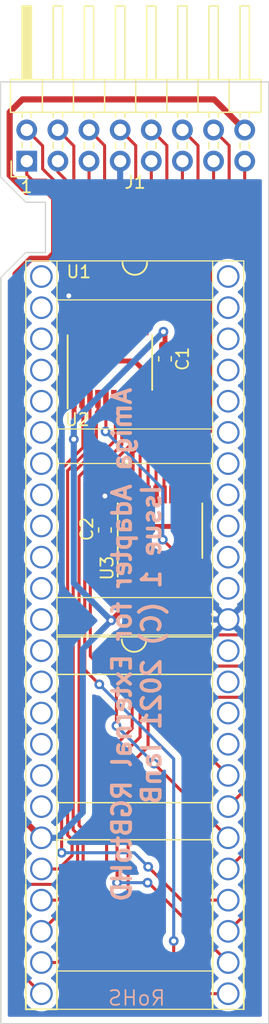
<source format=kicad_pcb>
(kicad_pcb (version 20171130) (host pcbnew "(5.1.4)-1")

  (general
    (thickness 1.6)
    (drawings 16)
    (tracks 277)
    (zones 0)
    (modules 6)
    (nets 65)
  )

  (page A4)
  (layers
    (0 F.Cu signal)
    (31 B.Cu signal)
    (32 B.Adhes user hide)
    (33 F.Adhes user hide)
    (34 B.Paste user)
    (35 F.Paste user)
    (36 B.SilkS user hide)
    (37 F.SilkS user)
    (38 B.Mask user hide)
    (39 F.Mask user hide)
    (40 Dwgs.User user hide)
    (41 Cmts.User user hide)
    (42 Eco1.User user hide)
    (43 Eco2.User user hide)
    (44 Edge.Cuts user)
    (45 Margin user)
    (46 B.CrtYd user hide)
    (47 F.CrtYd user hide)
    (48 B.Fab user hide)
    (49 F.Fab user hide)
  )

  (setup
    (last_trace_width 0.25)
    (user_trace_width 0.4)
    (user_trace_width 0.5)
    (trace_clearance 0.2)
    (zone_clearance 0.508)
    (zone_45_only no)
    (trace_min 0.2)
    (via_size 0.8)
    (via_drill 0.4)
    (via_min_size 0.4)
    (via_min_drill 0.3)
    (user_via 1 0.5)
    (uvia_size 0.3)
    (uvia_drill 0.1)
    (uvias_allowed no)
    (uvia_min_size 0.2)
    (uvia_min_drill 0.1)
    (edge_width 0.1)
    (segment_width 0.2)
    (pcb_text_width 0.3)
    (pcb_text_size 1.5 1.5)
    (mod_edge_width 0.15)
    (mod_text_size 1 1)
    (mod_text_width 0.15)
    (pad_size 1.8542 1.8542)
    (pad_drill 1.5)
    (pad_to_mask_clearance 0)
    (aux_axis_origin 0 0)
    (visible_elements 7FFFFFFF)
    (pcbplotparams
      (layerselection 0x010f0_ffffffff)
      (usegerberextensions false)
      (usegerberattributes false)
      (usegerberadvancedattributes false)
      (creategerberjobfile false)
      (excludeedgelayer true)
      (linewidth 0.100000)
      (plotframeref false)
      (viasonmask false)
      (mode 1)
      (useauxorigin false)
      (hpglpennumber 1)
      (hpglpenspeed 20)
      (hpglpendiameter 15.000000)
      (psnegative false)
      (psa4output false)
      (plotreference true)
      (plotvalue true)
      (plotinvisibletext false)
      (padsonsilk false)
      (subtractmaskfromsilk false)
      (outputformat 1)
      (mirror false)
      (drillshape 0)
      (scaleselection 1)
      (outputdirectory "gerber/"))
  )

  (net 0 "")
  (net 1 +5V)
  (net 2 GND)
  (net 3 "Net-(U1-Pad47)")
  (net 4 "Net-(U1-Pad46)")
  (net 5 "Net-(U1-Pad45)")
  (net 6 "Net-(U1-Pad44)")
  (net 7 "Net-(U1-Pad43)")
  (net 8 "Net-(U1-Pad42)")
  (net 9 "Net-(U1-Pad41)")
  (net 10 "Net-(U1-Pad40)")
  (net 11 "Net-(U1-Pad39)")
  (net 12 "Net-(U1-Pad38)")
  (net 13 "Net-(U1-Pad36)")
  (net 14 "Net-(U1-Pad35)")
  (net 15 "Net-(U1-Pad34)")
  (net 16 "Net-(U1-Pad33)")
  (net 17 "Net-(U1-Pad18)")
  (net 18 "Net-(U1-Pad17)")
  (net 19 "Net-(U1-Pad16)")
  (net 20 "Net-(U1-Pad15)")
  (net 21 "Net-(U1-Pad14)")
  (net 22 "Net-(U1-Pad13)")
  (net 23 "Net-(U1-Pad12)")
  (net 24 "Net-(U1-Pad11)")
  (net 25 "Net-(U1-Pad9)")
  (net 26 "Net-(U1-Pad8)")
  (net 27 "Net-(U1-Pad7)")
  (net 28 "Net-(U1-Pad6)")
  (net 29 "Net-(U1-Pad5)")
  (net 30 "Net-(U1-Pad4)")
  (net 31 "Net-(U1-Pad3)")
  (net 32 "Net-(U1-Pad2)")
  (net 33 "Net-(U1-Pad1)")
  (net 34 "Net-(U1-Pad10)")
  (net 35 G0)
  (net 36 R0)
  (net 37 B0)
  (net 38 G1)
  (net 39 R1)
  (net 40 B1)
  (net 41 G2)
  (net 42 R2)
  (net 43 B2)
  (net 44 R3)
  (net 45 SYNC)
  (net 46 G3)
  (net 47 VSYNC)
  (net 48 B3)
  (net 49 "Net-(U1-Pad48)")
  (net 50 SYNC_I)
  (net 51 G3_I)
  (net 52 G2_I)
  (net 53 G1_I)
  (net 54 R0_I)
  (net 55 R2_I)
  (net 56 R1_I)
  (net 57 R3_I)
  (net 58 B1_I)
  (net 59 B2_I)
  (net 60 B0_I)
  (net 61 G0_I)
  (net 62 B3_I)
  (net 63 "Net-(U2-Pad11)")
  (net 64 "Net-(U3-Pad11)")

  (net_class Default "Dies ist die voreingestellte Netzklasse."
    (clearance 0.2)
    (trace_width 0.25)
    (via_dia 0.8)
    (via_drill 0.4)
    (uvia_dia 0.3)
    (uvia_drill 0.1)
    (add_net +5V)
    (add_net B0)
    (add_net B0_I)
    (add_net B1)
    (add_net B1_I)
    (add_net B2)
    (add_net B2_I)
    (add_net B3)
    (add_net B3_I)
    (add_net G0)
    (add_net G0_I)
    (add_net G1)
    (add_net G1_I)
    (add_net G2)
    (add_net G2_I)
    (add_net G3)
    (add_net G3_I)
    (add_net GND)
    (add_net "Net-(U1-Pad1)")
    (add_net "Net-(U1-Pad10)")
    (add_net "Net-(U1-Pad11)")
    (add_net "Net-(U1-Pad12)")
    (add_net "Net-(U1-Pad13)")
    (add_net "Net-(U1-Pad14)")
    (add_net "Net-(U1-Pad15)")
    (add_net "Net-(U1-Pad16)")
    (add_net "Net-(U1-Pad17)")
    (add_net "Net-(U1-Pad18)")
    (add_net "Net-(U1-Pad2)")
    (add_net "Net-(U1-Pad3)")
    (add_net "Net-(U1-Pad33)")
    (add_net "Net-(U1-Pad34)")
    (add_net "Net-(U1-Pad35)")
    (add_net "Net-(U1-Pad36)")
    (add_net "Net-(U1-Pad38)")
    (add_net "Net-(U1-Pad39)")
    (add_net "Net-(U1-Pad4)")
    (add_net "Net-(U1-Pad40)")
    (add_net "Net-(U1-Pad41)")
    (add_net "Net-(U1-Pad42)")
    (add_net "Net-(U1-Pad43)")
    (add_net "Net-(U1-Pad44)")
    (add_net "Net-(U1-Pad45)")
    (add_net "Net-(U1-Pad46)")
    (add_net "Net-(U1-Pad47)")
    (add_net "Net-(U1-Pad48)")
    (add_net "Net-(U1-Pad5)")
    (add_net "Net-(U1-Pad6)")
    (add_net "Net-(U1-Pad7)")
    (add_net "Net-(U1-Pad8)")
    (add_net "Net-(U1-Pad9)")
    (add_net "Net-(U2-Pad11)")
    (add_net "Net-(U3-Pad11)")
    (add_net R0)
    (add_net R0_I)
    (add_net R1)
    (add_net R1_I)
    (add_net R2)
    (add_net R2_I)
    (add_net R3)
    (add_net R3_I)
    (add_net SYNC)
    (add_net SYNC_I)
    (add_net VSYNC)
  )

  (module footprints:socket_embedded_48pin (layer F.Cu) (tedit 60046166) (tstamp 5E4C811D)
    (at 134.62 99.06 270)
    (path /5E34C16F)
    (fp_text reference U1 (at -23.241 4.572) (layer F.SilkS)
      (effects (font (size 1 1) (thickness 0.15)))
    )
    (fp_text value denise (at 25.146 0) (layer F.Fab)
      (effects (font (size 1 1) (thickness 0.15)))
    )
    (fp_line (start 26.67 -8.89) (end -24.13 -8.89) (layer F.SilkS) (width 0.1))
    (fp_line (start -24.13 -6.35) (end 26.67 -6.35) (layer F.SilkS) (width 0.1))
    (fp_line (start -24.13 -8.89) (end -24.13 -6.35) (layer F.SilkS) (width 0.1))
    (fp_line (start 26.67 6.35) (end -24.13 6.35) (layer F.SilkS) (width 0.1))
    (fp_line (start -24.13 8.89) (end 26.67 8.89) (layer F.SilkS) (width 0.1))
    (fp_line (start -24.13 6.35) (end -24.13 8.89) (layer F.SilkS) (width 0.1))
    (fp_line (start -24.13 -6.35) (end -20.955 -6.35) (layer F.SilkS) (width 0.1))
    (fp_line (start -24.13 6.35) (end -24.13 -6.35) (layer F.SilkS) (width 0.1))
    (fp_line (start -20.955 6.35) (end -24.13 6.35) (layer F.SilkS) (width 0.1))
    (fp_line (start -20.955 -6.35) (end -20.955 6.35) (layer F.SilkS) (width 0.1))
    (fp_line (start -24.13 -6.35) (end -20.955 -6.35) (layer F.SilkS) (width 0.1))
    (fp_line (start 36.83 6.35) (end 36.83 -6.35) (layer F.SilkS) (width 0.1))
    (fp_line (start 23.495 6.35) (end 26.67 6.35) (layer F.SilkS) (width 0.1))
    (fp_line (start 33.71 -6.33) (end 33.71 6.37) (layer F.SilkS) (width 0.1))
    (fp_line (start 26.67 -6.35) (end 23.495 -6.35) (layer F.SilkS) (width 0.1))
    (fp_line (start -8.255 -6.35) (end -5.08 -6.35) (layer F.SilkS) (width 0.1))
    (fp_line (start -10.44 6.35) (end -10.44 -6.35) (layer F.SilkS) (width 0.1))
    (fp_line (start -5.08 6.35) (end -8.255 6.35) (layer F.SilkS) (width 0.1))
    (fp_line (start -7.63 -6.34) (end -7.63 6.36) (layer F.SilkS) (width 0.1))
    (fp_line (start 10.795 -6.35) (end 7.62 -6.35) (layer F.SilkS) (width 0.1))
    (fp_line (start 6.34 6.35) (end 6.34 -6.35) (layer F.SilkS) (width 0.1))
    (fp_line (start 7.62 6.35) (end 10.795 6.35) (layer F.SilkS) (width 0.1))
    (fp_line (start 3.29 -6.35) (end 3.29 6.35) (layer F.SilkS) (width 0.1))
    (fp_arc (start -24 0) (end -24 1) (angle -180) (layer F.SilkS) (width 0.15))
    (fp_line (start 36.83 8.89) (end 36.83 6.35) (layer F.SilkS) (width 0.1))
    (fp_line (start 36.83 -6.35) (end 36.83 -8.89) (layer F.SilkS) (width 0.1))
    (fp_line (start 26.67 -8.89) (end 36.83 -8.89) (layer F.SilkS) (width 0.15))
    (fp_line (start 26.67 -6.35) (end 36.83 -6.35) (layer F.SilkS) (width 0.15))
    (fp_line (start 26.67 8.89) (end 36.83 8.89) (layer F.SilkS) (width 0.15))
    (fp_line (start 26.67 6.35) (end 36.83 6.35) (layer F.SilkS) (width 0.15))
    (fp_line (start 36.83 6.35) (end 36.83 8.89) (layer F.SilkS) (width 0.15))
    (fp_arc (start 6.71 0.06) (end 6.71 1.06) (angle -180) (layer F.SilkS) (width 0.15))
    (fp_line (start 6.49 -6.34) (end 6.49 6.36) (layer F.SilkS) (width 0.12))
    (fp_line (start 9.55 -6.3) (end 9.55 6.37) (layer F.SilkS) (width 0.12))
    (fp_line (start 20 -6.29) (end 20 6.27) (layer F.SilkS) (width 0.12))
    (fp_line (start 23.02 -6.35) (end 23.02 6.39) (layer F.SilkS) (width 0.12))
    (pad 48 thru_hole circle (at -22.86 -7.62 270) (size 1.8542 1.8542) (drill 1.5) (layers *.Cu *.Mask)
      (net 49 "Net-(U1-Pad48)"))
    (pad 47 thru_hole circle (at -20.32 -7.62 270) (size 1.8542 1.8542) (drill 1.5) (layers *.Cu *.Mask)
      (net 3 "Net-(U1-Pad47)"))
    (pad 46 thru_hole circle (at -17.78 -7.62 270) (size 1.8542 1.8542) (drill 1.5) (layers *.Cu *.Mask)
      (net 4 "Net-(U1-Pad46)"))
    (pad 45 thru_hole circle (at -15.24 -7.62 270) (size 1.8542 1.8542) (drill 1.5) (layers *.Cu *.Mask)
      (net 5 "Net-(U1-Pad45)"))
    (pad 44 thru_hole circle (at -12.7 -7.62 270) (size 1.8542 1.8542) (drill 1.5) (layers *.Cu *.Mask)
      (net 6 "Net-(U1-Pad44)"))
    (pad 43 thru_hole circle (at -10.16 -7.62 270) (size 1.8542 1.8542) (drill 1.5) (layers *.Cu *.Mask)
      (net 7 "Net-(U1-Pad43)"))
    (pad 42 thru_hole circle (at -7.62 -7.62 270) (size 1.8542 1.8542) (drill 1.5) (layers *.Cu *.Mask)
      (net 8 "Net-(U1-Pad42)"))
    (pad 41 thru_hole circle (at -5.08 -7.62 270) (size 1.8542 1.8542) (drill 1.5) (layers *.Cu *.Mask)
      (net 9 "Net-(U1-Pad41)"))
    (pad 40 thru_hole circle (at -2.54 -7.62 270) (size 1.8542 1.8542) (drill 1.5) (layers *.Cu *.Mask)
      (net 10 "Net-(U1-Pad40)"))
    (pad 39 thru_hole circle (at 0 -7.62 270) (size 1.8542 1.8542) (drill 1.5) (layers *.Cu *.Mask)
      (net 11 "Net-(U1-Pad39)"))
    (pad 38 thru_hole circle (at 2.54 -7.62 270) (size 1.8542 1.8542) (drill 1.5) (layers *.Cu *.Mask)
      (net 12 "Net-(U1-Pad38)"))
    (pad 37 thru_hole circle (at 5.08 -7.62 270) (size 1.8542 1.8542) (drill 1.5) (layers *.Cu *.Mask)
      (net 2 GND))
    (pad 36 thru_hole circle (at 7.62 -7.62 270) (size 1.8542 1.8542) (drill 1.5) (layers *.Cu *.Mask)
      (net 13 "Net-(U1-Pad36)"))
    (pad 35 thru_hole circle (at 10.16 -7.62 270) (size 1.8542 1.8542) (drill 1.5) (layers *.Cu *.Mask)
      (net 14 "Net-(U1-Pad35)"))
    (pad 34 thru_hole circle (at 12.7 -7.62 270) (size 1.8542 1.8542) (drill 1.5) (layers *.Cu *.Mask)
      (net 15 "Net-(U1-Pad34)"))
    (pad 33 thru_hole circle (at 15.24 -7.62 270) (size 1.8542 1.8542) (drill 1.5) (layers *.Cu *.Mask)
      (net 16 "Net-(U1-Pad33)"))
    (pad 32 thru_hole circle (at 17.78 -7.62 270) (size 1.8542 1.8542) (drill 1.5) (layers *.Cu *.Mask)
      (net 50 SYNC_I))
    (pad 31 thru_hole circle (at 20.32 -7.62 270) (size 1.8542 1.8542) (drill 1.5) (layers *.Cu *.Mask)
      (net 51 G3_I))
    (pad 30 thru_hole circle (at 22.86 -7.62 270) (size 1.8542 1.8542) (drill 1.5) (layers *.Cu *.Mask)
      (net 52 G2_I))
    (pad 29 thru_hole circle (at 25.4 -7.62 270) (size 1.8542 1.8542) (drill 1.5) (layers *.Cu *.Mask)
      (net 53 G1_I))
    (pad 20 thru_hole circle (at 25.4 7.62 270) (size 1.8542 1.8542) (drill 1.5) (layers *.Cu *.Mask)
      (net 54 R0_I))
    (pad 19 thru_hole circle (at 22.86 7.62 270) (size 1.8542 1.8542) (drill 1.5) (layers *.Cu *.Mask)
      (net 1 +5V))
    (pad 18 thru_hole circle (at 20.32 7.62 270) (size 1.8542 1.8542) (drill 1.5) (layers *.Cu *.Mask)
      (net 17 "Net-(U1-Pad18)"))
    (pad 17 thru_hole circle (at 17.78 7.62 270) (size 1.8542 1.8542) (drill 1.5) (layers *.Cu *.Mask)
      (net 18 "Net-(U1-Pad17)"))
    (pad 16 thru_hole circle (at 15.24 7.62 270) (size 1.8542 1.8542) (drill 1.5) (layers *.Cu *.Mask)
      (net 19 "Net-(U1-Pad16)"))
    (pad 15 thru_hole circle (at 12.7 7.62 270) (size 1.8542 1.8542) (drill 1.5) (layers *.Cu *.Mask)
      (net 20 "Net-(U1-Pad15)"))
    (pad 14 thru_hole circle (at 10.16 7.62 270) (size 1.8542 1.8542) (drill 1.5) (layers *.Cu *.Mask)
      (net 21 "Net-(U1-Pad14)"))
    (pad 13 thru_hole circle (at 7.62 7.62 270) (size 1.8542 1.8542) (drill 1.5) (layers *.Cu *.Mask)
      (net 22 "Net-(U1-Pad13)"))
    (pad 12 thru_hole circle (at 5.08 7.62 270) (size 1.8542 1.8542) (drill 1.5) (layers *.Cu *.Mask)
      (net 23 "Net-(U1-Pad12)"))
    (pad 11 thru_hole circle (at 2.54 7.62 270) (size 1.8542 1.8542) (drill 1.5) (layers *.Cu *.Mask)
      (net 24 "Net-(U1-Pad11)"))
    (pad 9 thru_hole circle (at -2.54 7.62 270) (size 1.8542 1.8542) (drill 1.5) (layers *.Cu *.Mask)
      (net 25 "Net-(U1-Pad9)"))
    (pad 8 thru_hole circle (at -5.08 7.62 270) (size 1.8542 1.8542) (drill 1.5) (layers *.Cu *.Mask)
      (net 26 "Net-(U1-Pad8)"))
    (pad 7 thru_hole circle (at -7.62 7.62 270) (size 1.8542 1.8542) (drill 1.5) (layers *.Cu *.Mask)
      (net 27 "Net-(U1-Pad7)"))
    (pad 6 thru_hole circle (at -10.16 7.62 270) (size 1.8542 1.8542) (drill 1.5) (layers *.Cu *.Mask)
      (net 28 "Net-(U1-Pad6)"))
    (pad 5 thru_hole circle (at -12.7 7.62 270) (size 1.8542 1.8542) (drill 1.5) (layers *.Cu *.Mask)
      (net 29 "Net-(U1-Pad5)"))
    (pad 4 thru_hole circle (at -15.24 7.62 270) (size 1.8542 1.8542) (drill 1.5) (layers *.Cu *.Mask)
      (net 30 "Net-(U1-Pad4)"))
    (pad 3 thru_hole circle (at -17.78 7.62 270) (size 1.8542 1.8542) (drill 1.5) (layers *.Cu *.Mask)
      (net 31 "Net-(U1-Pad3)"))
    (pad 2 thru_hole circle (at -20.32 7.62 270) (size 1.8542 1.8542) (drill 1.5) (layers *.Cu *.Mask)
      (net 32 "Net-(U1-Pad2)"))
    (pad 1 thru_hole circle (at -22.86 7.62 270) (size 1.8542 1.8542) (drill 1.5) (layers *.Cu *.Mask)
      (net 33 "Net-(U1-Pad1)"))
    (pad 10 thru_hole circle (at 0 7.62 270) (size 1.8542 1.8542) (drill 1.5) (layers *.Cu *.Mask)
      (net 34 "Net-(U1-Pad10)"))
    (pad 22 thru_hole circle (at 30.48 7.62 270) (size 1.8542 1.8542) (drill 1.5) (layers *.Cu *.Mask)
      (net 55 R2_I))
    (pad 21 thru_hole circle (at 27.94 7.62 270) (size 1.8542 1.8542) (drill 1.5) (layers *.Cu *.Mask)
      (net 56 R1_I))
    (pad 23 thru_hole circle (at 33.02 7.62 270) (size 1.8542 1.8542) (drill 1.5) (layers *.Cu *.Mask)
      (net 57 R3_I))
    (pad 25 thru_hole circle (at 35.56 -7.62 270) (size 1.8542 1.8542) (drill 1.5) (layers *.Cu *.Mask)
      (net 58 B1_I))
    (pad 26 thru_hole circle (at 33.02 -7.62 270) (size 1.8542 1.8542) (drill 1.5) (layers *.Cu *.Mask)
      (net 59 B2_I))
    (pad 24 thru_hole circle (at 35.56 7.62 270) (size 1.8542 1.8542) (drill 1.5) (layers *.Cu *.Mask)
      (net 60 B0_I))
    (pad 28 thru_hole circle (at 27.94 -7.62 270) (size 1.8542 1.8542) (drill 1.5) (layers *.Cu *.Mask)
      (net 61 G0_I))
    (pad 27 thru_hole circle (at 30.48 -7.62 270) (size 1.8542 1.8542) (drill 1.5) (layers *.Cu *.Mask)
      (net 62 B3_I))
  )

  (module Capacitor_SMD:C_0603_1608Metric_Pad1.05x0.95mm_HandSolder (layer F.Cu) (tedit 5B301BBE) (tstamp 5E4C6636)
    (at 132.1816 96.8502 90)
    (descr "Capacitor SMD 0603 (1608 Metric), square (rectangular) end terminal, IPC_7351 nominal with elongated pad for handsoldering. (Body size source: http://www.tortai-tech.com/upload/download/2011102023233369053.pdf), generated with kicad-footprint-generator")
    (tags "capacitor handsolder")
    (path /5B9AE9C3)
    (attr smd)
    (fp_text reference C2 (at 0.0762 -1.4732 270) (layer F.SilkS)
      (effects (font (size 1 1) (thickness 0.15)))
    )
    (fp_text value 100nF (at 0 1.43 270) (layer F.Fab)
      (effects (font (size 1 1) (thickness 0.15)))
    )
    (fp_line (start -0.8 0.4) (end -0.8 -0.4) (layer F.Fab) (width 0.1))
    (fp_line (start -0.8 -0.4) (end 0.8 -0.4) (layer F.Fab) (width 0.1))
    (fp_line (start 0.8 -0.4) (end 0.8 0.4) (layer F.Fab) (width 0.1))
    (fp_line (start 0.8 0.4) (end -0.8 0.4) (layer F.Fab) (width 0.1))
    (fp_line (start -0.171267 -0.51) (end 0.171267 -0.51) (layer F.SilkS) (width 0.12))
    (fp_line (start -0.171267 0.51) (end 0.171267 0.51) (layer F.SilkS) (width 0.12))
    (fp_line (start -1.65 0.73) (end -1.65 -0.73) (layer F.CrtYd) (width 0.05))
    (fp_line (start -1.65 -0.73) (end 1.65 -0.73) (layer F.CrtYd) (width 0.05))
    (fp_line (start 1.65 -0.73) (end 1.65 0.73) (layer F.CrtYd) (width 0.05))
    (fp_line (start 1.65 0.73) (end -1.65 0.73) (layer F.CrtYd) (width 0.05))
    (fp_text user %R (at 0 0 270) (layer F.Fab)
      (effects (font (size 0.4 0.4) (thickness 0.06)))
    )
    (pad 1 smd roundrect (at -0.875 0 90) (size 1.05 0.95) (layers F.Cu F.Paste F.Mask) (roundrect_rratio 0.25)
      (net 1 +5V))
    (pad 2 smd roundrect (at 0.875 0 90) (size 1.05 0.95) (layers F.Cu F.Paste F.Mask) (roundrect_rratio 0.25)
      (net 2 GND))
    (model ${KISYS3DMOD}/Capacitor_SMD.3dshapes/C_0603_1608Metric.wrl
      (at (xyz 0 0 0))
      (scale (xyz 1 1 1))
      (rotate (xyz 0 0 0))
    )
  )

  (module Package_SO:TSSOP-20_4.4x6.5mm_P0.65mm (layer F.Cu) (tedit 5A02F25C) (tstamp 5E35E9F0)
    (at 132.588 83.2104 90)
    (descr "20-Lead Plastic Thin Shrink Small Outline (ST)-4.4 mm Body [TSSOP] (see Microchip Packaging Specification 00000049BS.pdf)")
    (tags "SSOP 0.65")
    (path /5B800CBC)
    (attr smd)
    (fp_text reference U2 (at -4.6482 -2.667 180) (layer F.SilkS)
      (effects (font (size 1 1) (thickness 0.15)))
    )
    (fp_text value HC245 (at 0 4.3 90) (layer F.Fab)
      (effects (font (size 1 1) (thickness 0.15)))
    )
    (fp_line (start -1.2 -3.25) (end 2.2 -3.25) (layer F.Fab) (width 0.15))
    (fp_line (start 2.2 -3.25) (end 2.2 3.25) (layer F.Fab) (width 0.15))
    (fp_line (start 2.2 3.25) (end -2.2 3.25) (layer F.Fab) (width 0.15))
    (fp_line (start -2.2 3.25) (end -2.2 -2.25) (layer F.Fab) (width 0.15))
    (fp_line (start -2.2 -2.25) (end -1.2 -3.25) (layer F.Fab) (width 0.15))
    (fp_line (start -3.95 -3.55) (end -3.95 3.55) (layer F.CrtYd) (width 0.05))
    (fp_line (start 3.95 -3.55) (end 3.95 3.55) (layer F.CrtYd) (width 0.05))
    (fp_line (start -3.95 -3.55) (end 3.95 -3.55) (layer F.CrtYd) (width 0.05))
    (fp_line (start -3.95 3.55) (end 3.95 3.55) (layer F.CrtYd) (width 0.05))
    (fp_line (start -2.225 3.45) (end 2.225 3.45) (layer F.SilkS) (width 0.15))
    (fp_line (start -3.75 -3.45) (end 2.225 -3.45) (layer F.SilkS) (width 0.15))
    (fp_text user %R (at 0 0 90) (layer F.Fab)
      (effects (font (size 0.8 0.8) (thickness 0.15)))
    )
    (pad 1 smd rect (at -2.95 -2.925 90) (size 1.45 0.45) (layers F.Cu F.Paste F.Mask)
      (net 1 +5V))
    (pad 2 smd rect (at -2.95 -2.275 90) (size 1.45 0.45) (layers F.Cu F.Paste F.Mask)
      (net 61 G0_I))
    (pad 3 smd rect (at -2.95 -1.625 90) (size 1.45 0.45) (layers F.Cu F.Paste F.Mask)
      (net 54 R0_I))
    (pad 4 smd rect (at -2.95 -0.975 90) (size 1.45 0.45) (layers F.Cu F.Paste F.Mask)
      (net 60 B0_I))
    (pad 5 smd rect (at -2.95 -0.325 90) (size 1.45 0.45) (layers F.Cu F.Paste F.Mask)
      (net 53 G1_I))
    (pad 6 smd rect (at -2.95 0.325 90) (size 1.45 0.45) (layers F.Cu F.Paste F.Mask)
      (net 56 R1_I))
    (pad 7 smd rect (at -2.95 0.975 90) (size 1.45 0.45) (layers F.Cu F.Paste F.Mask)
      (net 58 B1_I))
    (pad 8 smd rect (at -2.95 1.625 90) (size 1.45 0.45) (layers F.Cu F.Paste F.Mask)
      (net 52 G2_I))
    (pad 9 smd rect (at -2.95 2.275 90) (size 1.45 0.45) (layers F.Cu F.Paste F.Mask)
      (net 2 GND))
    (pad 10 smd rect (at -2.95 2.925 90) (size 1.45 0.45) (layers F.Cu F.Paste F.Mask)
      (net 2 GND))
    (pad 11 smd rect (at 2.95 2.925 90) (size 1.45 0.45) (layers F.Cu F.Paste F.Mask)
      (net 63 "Net-(U2-Pad11)"))
    (pad 12 smd rect (at 2.95 2.275 90) (size 1.45 0.45) (layers F.Cu F.Paste F.Mask)
      (net 41 G2))
    (pad 13 smd rect (at 2.95 1.625 90) (size 1.45 0.45) (layers F.Cu F.Paste F.Mask)
      (net 40 B1))
    (pad 14 smd rect (at 2.95 0.975 90) (size 1.45 0.45) (layers F.Cu F.Paste F.Mask)
      (net 39 R1))
    (pad 15 smd rect (at 2.95 0.325 90) (size 1.45 0.45) (layers F.Cu F.Paste F.Mask)
      (net 38 G1))
    (pad 16 smd rect (at 2.95 -0.325 90) (size 1.45 0.45) (layers F.Cu F.Paste F.Mask)
      (net 37 B0))
    (pad 17 smd rect (at 2.95 -0.975 90) (size 1.45 0.45) (layers F.Cu F.Paste F.Mask)
      (net 36 R0))
    (pad 18 smd rect (at 2.95 -1.625 90) (size 1.45 0.45) (layers F.Cu F.Paste F.Mask)
      (net 35 G0))
    (pad 19 smd rect (at 2.95 -2.275 90) (size 1.45 0.45) (layers F.Cu F.Paste F.Mask)
      (net 2 GND))
    (pad 20 smd rect (at 2.95 -2.925 90) (size 1.45 0.45) (layers F.Cu F.Paste F.Mask)
      (net 1 +5V))
    (model ${KISYS3DMOD}/Package_SO.3dshapes/TSSOP-20_4.4x6.5mm_P0.65mm.wrl
      (at (xyz 0 0 0))
      (scale (xyz 1 1 1))
      (rotate (xyz 0 0 0))
    )
  )

  (module Package_SO:TSSOP-20_4.4x6.5mm_P0.65mm (layer F.Cu) (tedit 5A02F25C) (tstamp 5E4C6765)
    (at 136.6774 96.901 90)
    (descr "20-Lead Plastic Thin Shrink Small Outline (ST)-4.4 mm Body [TSSOP] (see Microchip Packaging Specification 00000049BS.pdf)")
    (tags "SSOP 0.65")
    (path /5B800E39)
    (attr smd)
    (fp_text reference U3 (at -3.048 -4.318 90) (layer F.SilkS)
      (effects (font (size 1 1) (thickness 0.15)))
    )
    (fp_text value HC245 (at 0 4.3 90) (layer F.Fab)
      (effects (font (size 1 1) (thickness 0.15)))
    )
    (fp_text user %R (at 0 0 90) (layer F.Fab)
      (effects (font (size 0.8 0.8) (thickness 0.15)))
    )
    (fp_line (start -3.75 -3.45) (end 2.225 -3.45) (layer F.SilkS) (width 0.15))
    (fp_line (start -2.225 3.45) (end 2.225 3.45) (layer F.SilkS) (width 0.15))
    (fp_line (start -3.95 3.55) (end 3.95 3.55) (layer F.CrtYd) (width 0.05))
    (fp_line (start -3.95 -3.55) (end 3.95 -3.55) (layer F.CrtYd) (width 0.05))
    (fp_line (start 3.95 -3.55) (end 3.95 3.55) (layer F.CrtYd) (width 0.05))
    (fp_line (start -3.95 -3.55) (end -3.95 3.55) (layer F.CrtYd) (width 0.05))
    (fp_line (start -2.2 -2.25) (end -1.2 -3.25) (layer F.Fab) (width 0.15))
    (fp_line (start -2.2 3.25) (end -2.2 -2.25) (layer F.Fab) (width 0.15))
    (fp_line (start 2.2 3.25) (end -2.2 3.25) (layer F.Fab) (width 0.15))
    (fp_line (start 2.2 -3.25) (end 2.2 3.25) (layer F.Fab) (width 0.15))
    (fp_line (start -1.2 -3.25) (end 2.2 -3.25) (layer F.Fab) (width 0.15))
    (pad 20 smd rect (at 2.95 -2.925 90) (size 1.45 0.45) (layers F.Cu F.Paste F.Mask)
      (net 1 +5V))
    (pad 19 smd rect (at 2.95 -2.275 90) (size 1.45 0.45) (layers F.Cu F.Paste F.Mask)
      (net 2 GND))
    (pad 18 smd rect (at 2.95 -1.625 90) (size 1.45 0.45) (layers F.Cu F.Paste F.Mask)
      (net 42 R2))
    (pad 17 smd rect (at 2.95 -0.975 90) (size 1.45 0.45) (layers F.Cu F.Paste F.Mask)
      (net 43 B2))
    (pad 16 smd rect (at 2.95 -0.325 90) (size 1.45 0.45) (layers F.Cu F.Paste F.Mask)
      (net 44 R3))
    (pad 15 smd rect (at 2.95 0.325 90) (size 1.45 0.45) (layers F.Cu F.Paste F.Mask)
      (net 45 SYNC))
    (pad 14 smd rect (at 2.95 0.975 90) (size 1.45 0.45) (layers F.Cu F.Paste F.Mask)
      (net 46 G3))
    (pad 13 smd rect (at 2.95 1.625 90) (size 1.45 0.45) (layers F.Cu F.Paste F.Mask)
      (net 47 VSYNC))
    (pad 12 smd rect (at 2.95 2.275 90) (size 1.45 0.45) (layers F.Cu F.Paste F.Mask)
      (net 48 B3))
    (pad 11 smd rect (at 2.95 2.925 90) (size 1.45 0.45) (layers F.Cu F.Paste F.Mask)
      (net 64 "Net-(U3-Pad11)"))
    (pad 10 smd rect (at -2.95 2.925 90) (size 1.45 0.45) (layers F.Cu F.Paste F.Mask)
      (net 2 GND))
    (pad 9 smd rect (at -2.95 2.275 90) (size 1.45 0.45) (layers F.Cu F.Paste F.Mask)
      (net 2 GND))
    (pad 8 smd rect (at -2.95 1.625 90) (size 1.45 0.45) (layers F.Cu F.Paste F.Mask)
      (net 62 B3_I))
    (pad 7 smd rect (at -2.95 0.975 90) (size 1.45 0.45) (layers F.Cu F.Paste F.Mask)
      (net 53 G1_I))
    (pad 6 smd rect (at -2.95 0.325 90) (size 1.45 0.45) (layers F.Cu F.Paste F.Mask)
      (net 51 G3_I))
    (pad 5 smd rect (at -2.95 -0.325 90) (size 1.45 0.45) (layers F.Cu F.Paste F.Mask)
      (net 50 SYNC_I))
    (pad 4 smd rect (at -2.95 -0.975 90) (size 1.45 0.45) (layers F.Cu F.Paste F.Mask)
      (net 57 R3_I))
    (pad 3 smd rect (at -2.95 -1.625 90) (size 1.45 0.45) (layers F.Cu F.Paste F.Mask)
      (net 59 B2_I))
    (pad 2 smd rect (at -2.95 -2.275 90) (size 1.45 0.45) (layers F.Cu F.Paste F.Mask)
      (net 55 R2_I))
    (pad 1 smd rect (at -2.95 -2.925 90) (size 1.45 0.45) (layers F.Cu F.Paste F.Mask)
      (net 1 +5V))
    (model ${KISYS3DMOD}/Package_SO.3dshapes/TSSOP-20_4.4x6.5mm_P0.65mm.wrl
      (at (xyz 0 0 0))
      (scale (xyz 1 1 1))
      (rotate (xyz 0 0 0))
    )
  )

  (module Connector_PinHeader_2.54mm:PinHeader_2x08_P2.54mm_Horizontal (layer F.Cu) (tedit 59FED5CB) (tstamp 60041CF1)
    (at 125.8062 66.802 90)
    (descr "Through hole angled pin header, 2x08, 2.54mm pitch, 6mm pin length, double rows")
    (tags "Through hole angled pin header THT 2x08 2.54mm double row")
    (path /6006F188)
    (fp_text reference J1 (at -1.7272 8.8392) (layer F.SilkS)
      (effects (font (size 1 1) (thickness 0.15)))
    )
    (fp_text value Conn_02x08_Odd_Even (at 5.655 20.05 90) (layer F.Fab)
      (effects (font (size 1 1) (thickness 0.15)))
    )
    (fp_line (start 4.675 -1.27) (end 6.58 -1.27) (layer F.Fab) (width 0.1))
    (fp_line (start 6.58 -1.27) (end 6.58 19.05) (layer F.Fab) (width 0.1))
    (fp_line (start 6.58 19.05) (end 4.04 19.05) (layer F.Fab) (width 0.1))
    (fp_line (start 4.04 19.05) (end 4.04 -0.635) (layer F.Fab) (width 0.1))
    (fp_line (start 4.04 -0.635) (end 4.675 -1.27) (layer F.Fab) (width 0.1))
    (fp_line (start -0.32 -0.32) (end 4.04 -0.32) (layer F.Fab) (width 0.1))
    (fp_line (start -0.32 -0.32) (end -0.32 0.32) (layer F.Fab) (width 0.1))
    (fp_line (start -0.32 0.32) (end 4.04 0.32) (layer F.Fab) (width 0.1))
    (fp_line (start 6.58 -0.32) (end 12.58 -0.32) (layer F.Fab) (width 0.1))
    (fp_line (start 12.58 -0.32) (end 12.58 0.32) (layer F.Fab) (width 0.1))
    (fp_line (start 6.58 0.32) (end 12.58 0.32) (layer F.Fab) (width 0.1))
    (fp_line (start -0.32 2.22) (end 4.04 2.22) (layer F.Fab) (width 0.1))
    (fp_line (start -0.32 2.22) (end -0.32 2.86) (layer F.Fab) (width 0.1))
    (fp_line (start -0.32 2.86) (end 4.04 2.86) (layer F.Fab) (width 0.1))
    (fp_line (start 6.58 2.22) (end 12.58 2.22) (layer F.Fab) (width 0.1))
    (fp_line (start 12.58 2.22) (end 12.58 2.86) (layer F.Fab) (width 0.1))
    (fp_line (start 6.58 2.86) (end 12.58 2.86) (layer F.Fab) (width 0.1))
    (fp_line (start -0.32 4.76) (end 4.04 4.76) (layer F.Fab) (width 0.1))
    (fp_line (start -0.32 4.76) (end -0.32 5.4) (layer F.Fab) (width 0.1))
    (fp_line (start -0.32 5.4) (end 4.04 5.4) (layer F.Fab) (width 0.1))
    (fp_line (start 6.58 4.76) (end 12.58 4.76) (layer F.Fab) (width 0.1))
    (fp_line (start 12.58 4.76) (end 12.58 5.4) (layer F.Fab) (width 0.1))
    (fp_line (start 6.58 5.4) (end 12.58 5.4) (layer F.Fab) (width 0.1))
    (fp_line (start -0.32 7.3) (end 4.04 7.3) (layer F.Fab) (width 0.1))
    (fp_line (start -0.32 7.3) (end -0.32 7.94) (layer F.Fab) (width 0.1))
    (fp_line (start -0.32 7.94) (end 4.04 7.94) (layer F.Fab) (width 0.1))
    (fp_line (start 6.58 7.3) (end 12.58 7.3) (layer F.Fab) (width 0.1))
    (fp_line (start 12.58 7.3) (end 12.58 7.94) (layer F.Fab) (width 0.1))
    (fp_line (start 6.58 7.94) (end 12.58 7.94) (layer F.Fab) (width 0.1))
    (fp_line (start -0.32 9.84) (end 4.04 9.84) (layer F.Fab) (width 0.1))
    (fp_line (start -0.32 9.84) (end -0.32 10.48) (layer F.Fab) (width 0.1))
    (fp_line (start -0.32 10.48) (end 4.04 10.48) (layer F.Fab) (width 0.1))
    (fp_line (start 6.58 9.84) (end 12.58 9.84) (layer F.Fab) (width 0.1))
    (fp_line (start 12.58 9.84) (end 12.58 10.48) (layer F.Fab) (width 0.1))
    (fp_line (start 6.58 10.48) (end 12.58 10.48) (layer F.Fab) (width 0.1))
    (fp_line (start -0.32 12.38) (end 4.04 12.38) (layer F.Fab) (width 0.1))
    (fp_line (start -0.32 12.38) (end -0.32 13.02) (layer F.Fab) (width 0.1))
    (fp_line (start -0.32 13.02) (end 4.04 13.02) (layer F.Fab) (width 0.1))
    (fp_line (start 6.58 12.38) (end 12.58 12.38) (layer F.Fab) (width 0.1))
    (fp_line (start 12.58 12.38) (end 12.58 13.02) (layer F.Fab) (width 0.1))
    (fp_line (start 6.58 13.02) (end 12.58 13.02) (layer F.Fab) (width 0.1))
    (fp_line (start -0.32 14.92) (end 4.04 14.92) (layer F.Fab) (width 0.1))
    (fp_line (start -0.32 14.92) (end -0.32 15.56) (layer F.Fab) (width 0.1))
    (fp_line (start -0.32 15.56) (end 4.04 15.56) (layer F.Fab) (width 0.1))
    (fp_line (start 6.58 14.92) (end 12.58 14.92) (layer F.Fab) (width 0.1))
    (fp_line (start 12.58 14.92) (end 12.58 15.56) (layer F.Fab) (width 0.1))
    (fp_line (start 6.58 15.56) (end 12.58 15.56) (layer F.Fab) (width 0.1))
    (fp_line (start -0.32 17.46) (end 4.04 17.46) (layer F.Fab) (width 0.1))
    (fp_line (start -0.32 17.46) (end -0.32 18.1) (layer F.Fab) (width 0.1))
    (fp_line (start -0.32 18.1) (end 4.04 18.1) (layer F.Fab) (width 0.1))
    (fp_line (start 6.58 17.46) (end 12.58 17.46) (layer F.Fab) (width 0.1))
    (fp_line (start 12.58 17.46) (end 12.58 18.1) (layer F.Fab) (width 0.1))
    (fp_line (start 6.58 18.1) (end 12.58 18.1) (layer F.Fab) (width 0.1))
    (fp_line (start 3.98 -1.33) (end 3.98 19.11) (layer F.SilkS) (width 0.12))
    (fp_line (start 3.98 19.11) (end 6.64 19.11) (layer F.SilkS) (width 0.12))
    (fp_line (start 6.64 19.11) (end 6.64 -1.33) (layer F.SilkS) (width 0.12))
    (fp_line (start 6.64 -1.33) (end 3.98 -1.33) (layer F.SilkS) (width 0.12))
    (fp_line (start 6.64 -0.38) (end 12.64 -0.38) (layer F.SilkS) (width 0.12))
    (fp_line (start 12.64 -0.38) (end 12.64 0.38) (layer F.SilkS) (width 0.12))
    (fp_line (start 12.64 0.38) (end 6.64 0.38) (layer F.SilkS) (width 0.12))
    (fp_line (start 6.64 -0.32) (end 12.64 -0.32) (layer F.SilkS) (width 0.12))
    (fp_line (start 6.64 -0.2) (end 12.64 -0.2) (layer F.SilkS) (width 0.12))
    (fp_line (start 6.64 -0.08) (end 12.64 -0.08) (layer F.SilkS) (width 0.12))
    (fp_line (start 6.64 0.04) (end 12.64 0.04) (layer F.SilkS) (width 0.12))
    (fp_line (start 6.64 0.16) (end 12.64 0.16) (layer F.SilkS) (width 0.12))
    (fp_line (start 6.64 0.28) (end 12.64 0.28) (layer F.SilkS) (width 0.12))
    (fp_line (start 3.582929 -0.38) (end 3.98 -0.38) (layer F.SilkS) (width 0.12))
    (fp_line (start 3.582929 0.38) (end 3.98 0.38) (layer F.SilkS) (width 0.12))
    (fp_line (start 1.11 -0.38) (end 1.497071 -0.38) (layer F.SilkS) (width 0.12))
    (fp_line (start 1.11 0.38) (end 1.497071 0.38) (layer F.SilkS) (width 0.12))
    (fp_line (start 3.98 1.27) (end 6.64 1.27) (layer F.SilkS) (width 0.12))
    (fp_line (start 6.64 2.16) (end 12.64 2.16) (layer F.SilkS) (width 0.12))
    (fp_line (start 12.64 2.16) (end 12.64 2.92) (layer F.SilkS) (width 0.12))
    (fp_line (start 12.64 2.92) (end 6.64 2.92) (layer F.SilkS) (width 0.12))
    (fp_line (start 3.582929 2.16) (end 3.98 2.16) (layer F.SilkS) (width 0.12))
    (fp_line (start 3.582929 2.92) (end 3.98 2.92) (layer F.SilkS) (width 0.12))
    (fp_line (start 1.042929 2.16) (end 1.497071 2.16) (layer F.SilkS) (width 0.12))
    (fp_line (start 1.042929 2.92) (end 1.497071 2.92) (layer F.SilkS) (width 0.12))
    (fp_line (start 3.98 3.81) (end 6.64 3.81) (layer F.SilkS) (width 0.12))
    (fp_line (start 6.64 4.7) (end 12.64 4.7) (layer F.SilkS) (width 0.12))
    (fp_line (start 12.64 4.7) (end 12.64 5.46) (layer F.SilkS) (width 0.12))
    (fp_line (start 12.64 5.46) (end 6.64 5.46) (layer F.SilkS) (width 0.12))
    (fp_line (start 3.582929 4.7) (end 3.98 4.7) (layer F.SilkS) (width 0.12))
    (fp_line (start 3.582929 5.46) (end 3.98 5.46) (layer F.SilkS) (width 0.12))
    (fp_line (start 1.042929 4.7) (end 1.497071 4.7) (layer F.SilkS) (width 0.12))
    (fp_line (start 1.042929 5.46) (end 1.497071 5.46) (layer F.SilkS) (width 0.12))
    (fp_line (start 3.98 6.35) (end 6.64 6.35) (layer F.SilkS) (width 0.12))
    (fp_line (start 6.64 7.24) (end 12.64 7.24) (layer F.SilkS) (width 0.12))
    (fp_line (start 12.64 7.24) (end 12.64 8) (layer F.SilkS) (width 0.12))
    (fp_line (start 12.64 8) (end 6.64 8) (layer F.SilkS) (width 0.12))
    (fp_line (start 3.582929 7.24) (end 3.98 7.24) (layer F.SilkS) (width 0.12))
    (fp_line (start 3.582929 8) (end 3.98 8) (layer F.SilkS) (width 0.12))
    (fp_line (start 1.042929 7.24) (end 1.497071 7.24) (layer F.SilkS) (width 0.12))
    (fp_line (start 1.042929 8) (end 1.497071 8) (layer F.SilkS) (width 0.12))
    (fp_line (start 3.98 8.89) (end 6.64 8.89) (layer F.SilkS) (width 0.12))
    (fp_line (start 6.64 9.78) (end 12.64 9.78) (layer F.SilkS) (width 0.12))
    (fp_line (start 12.64 9.78) (end 12.64 10.54) (layer F.SilkS) (width 0.12))
    (fp_line (start 12.64 10.54) (end 6.64 10.54) (layer F.SilkS) (width 0.12))
    (fp_line (start 3.582929 9.78) (end 3.98 9.78) (layer F.SilkS) (width 0.12))
    (fp_line (start 3.582929 10.54) (end 3.98 10.54) (layer F.SilkS) (width 0.12))
    (fp_line (start 1.042929 9.78) (end 1.497071 9.78) (layer F.SilkS) (width 0.12))
    (fp_line (start 1.042929 10.54) (end 1.497071 10.54) (layer F.SilkS) (width 0.12))
    (fp_line (start 3.98 11.43) (end 6.64 11.43) (layer F.SilkS) (width 0.12))
    (fp_line (start 6.64 12.32) (end 12.64 12.32) (layer F.SilkS) (width 0.12))
    (fp_line (start 12.64 12.32) (end 12.64 13.08) (layer F.SilkS) (width 0.12))
    (fp_line (start 12.64 13.08) (end 6.64 13.08) (layer F.SilkS) (width 0.12))
    (fp_line (start 3.582929 12.32) (end 3.98 12.32) (layer F.SilkS) (width 0.12))
    (fp_line (start 3.582929 13.08) (end 3.98 13.08) (layer F.SilkS) (width 0.12))
    (fp_line (start 1.042929 12.32) (end 1.497071 12.32) (layer F.SilkS) (width 0.12))
    (fp_line (start 1.042929 13.08) (end 1.497071 13.08) (layer F.SilkS) (width 0.12))
    (fp_line (start 3.98 13.97) (end 6.64 13.97) (layer F.SilkS) (width 0.12))
    (fp_line (start 6.64 14.86) (end 12.64 14.86) (layer F.SilkS) (width 0.12))
    (fp_line (start 12.64 14.86) (end 12.64 15.62) (layer F.SilkS) (width 0.12))
    (fp_line (start 12.64 15.62) (end 6.64 15.62) (layer F.SilkS) (width 0.12))
    (fp_line (start 3.582929 14.86) (end 3.98 14.86) (layer F.SilkS) (width 0.12))
    (fp_line (start 3.582929 15.62) (end 3.98 15.62) (layer F.SilkS) (width 0.12))
    (fp_line (start 1.042929 14.86) (end 1.497071 14.86) (layer F.SilkS) (width 0.12))
    (fp_line (start 1.042929 15.62) (end 1.497071 15.62) (layer F.SilkS) (width 0.12))
    (fp_line (start 3.98 16.51) (end 6.64 16.51) (layer F.SilkS) (width 0.12))
    (fp_line (start 6.64 17.4) (end 12.64 17.4) (layer F.SilkS) (width 0.12))
    (fp_line (start 12.64 17.4) (end 12.64 18.16) (layer F.SilkS) (width 0.12))
    (fp_line (start 12.64 18.16) (end 6.64 18.16) (layer F.SilkS) (width 0.12))
    (fp_line (start 3.582929 17.4) (end 3.98 17.4) (layer F.SilkS) (width 0.12))
    (fp_line (start 3.582929 18.16) (end 3.98 18.16) (layer F.SilkS) (width 0.12))
    (fp_line (start 1.042929 17.4) (end 1.497071 17.4) (layer F.SilkS) (width 0.12))
    (fp_line (start 1.042929 18.16) (end 1.497071 18.16) (layer F.SilkS) (width 0.12))
    (fp_line (start -1.27 0) (end -1.27 -1.27) (layer F.SilkS) (width 0.12))
    (fp_line (start -1.27 -1.27) (end 0 -1.27) (layer F.SilkS) (width 0.12))
    (fp_line (start -1.8 -1.8) (end -1.8 19.55) (layer F.CrtYd) (width 0.05))
    (fp_line (start -1.8 19.55) (end 13.1 19.55) (layer F.CrtYd) (width 0.05))
    (fp_line (start 13.1 19.55) (end 13.1 -1.8) (layer F.CrtYd) (width 0.05))
    (fp_line (start 13.1 -1.8) (end -1.8 -1.8) (layer F.CrtYd) (width 0.05))
    (fp_text user %R (at 5.31 8.89) (layer F.Fab)
      (effects (font (size 1 1) (thickness 0.15)))
    )
    (pad 1 thru_hole rect (at 0 0 90) (size 1.7 1.7) (drill 1) (layers *.Cu *.Mask)
      (net 35 G0))
    (pad 2 thru_hole oval (at 2.54 0 90) (size 1.7 1.7) (drill 1) (layers *.Cu *.Mask)
      (net 36 R0))
    (pad 3 thru_hole oval (at 0 2.54 90) (size 1.7 1.7) (drill 1) (layers *.Cu *.Mask)
      (net 37 B0))
    (pad 4 thru_hole oval (at 2.54 2.54 90) (size 1.7 1.7) (drill 1) (layers *.Cu *.Mask)
      (net 38 G1))
    (pad 5 thru_hole oval (at 0 5.08 90) (size 1.7 1.7) (drill 1) (layers *.Cu *.Mask)
      (net 39 R1))
    (pad 6 thru_hole oval (at 2.54 5.08 90) (size 1.7 1.7) (drill 1) (layers *.Cu *.Mask)
      (net 40 B1))
    (pad 7 thru_hole oval (at 0 7.62 90) (size 1.7 1.7) (drill 1) (layers *.Cu *.Mask)
      (net 2 GND))
    (pad 8 thru_hole oval (at 2.54 7.62 90) (size 1.7 1.7) (drill 1) (layers *.Cu *.Mask)
      (net 41 G2))
    (pad 9 thru_hole oval (at 0 10.16 90) (size 1.7 1.7) (drill 1) (layers *.Cu *.Mask)
      (net 42 R2))
    (pad 10 thru_hole oval (at 2.54 10.16 90) (size 1.7 1.7) (drill 1) (layers *.Cu *.Mask)
      (net 43 B2))
    (pad 11 thru_hole oval (at 0 12.7 90) (size 1.7 1.7) (drill 1) (layers *.Cu *.Mask)
      (net 44 R3))
    (pad 12 thru_hole oval (at 2.54 12.7 90) (size 1.7 1.7) (drill 1) (layers *.Cu *.Mask)
      (net 45 SYNC))
    (pad 13 thru_hole oval (at 0 15.24 90) (size 1.7 1.7) (drill 1) (layers *.Cu *.Mask)
      (net 46 G3))
    (pad 14 thru_hole oval (at 2.54 15.24 90) (size 1.7 1.7) (drill 1) (layers *.Cu *.Mask)
      (net 47 VSYNC))
    (pad 15 thru_hole oval (at 0 17.78 90) (size 1.7 1.7) (drill 1) (layers *.Cu *.Mask)
      (net 48 B3))
    (pad 16 thru_hole oval (at 2.54 17.78 90) (size 1.7 1.7) (drill 1) (layers *.Cu *.Mask)
      (net 1 +5V))
    (model ${KISYS3DMOD}/Connector_PinHeader_2.54mm.3dshapes/PinHeader_2x08_P2.54mm_Horizontal.wrl
      (at (xyz 0 0 0))
      (scale (xyz 1 1 1))
      (rotate (xyz 0 0 0))
    )
  )

  (module Capacitor_SMD:C_0603_1608Metric_Pad1.05x0.95mm_HandSolder (layer F.Cu) (tedit 5B301BBE) (tstamp 6004B491)
    (at 137.0838 82.9056 270)
    (descr "Capacitor SMD 0603 (1608 Metric), square (rectangular) end terminal, IPC_7351 nominal with elongated pad for handsoldering. (Body size source: http://www.tortai-tech.com/upload/download/2011102023233369053.pdf), generated with kicad-footprint-generator")
    (tags "capacitor handsolder")
    (path /5B996DF5)
    (attr smd)
    (fp_text reference C1 (at 0 -1.43 90) (layer F.SilkS)
      (effects (font (size 1 1) (thickness 0.15)))
    )
    (fp_text value 100nF (at 0 1.43 90) (layer F.Fab)
      (effects (font (size 1 1) (thickness 0.15)))
    )
    (fp_line (start -0.8 0.4) (end -0.8 -0.4) (layer F.Fab) (width 0.1))
    (fp_line (start -0.8 -0.4) (end 0.8 -0.4) (layer F.Fab) (width 0.1))
    (fp_line (start 0.8 -0.4) (end 0.8 0.4) (layer F.Fab) (width 0.1))
    (fp_line (start 0.8 0.4) (end -0.8 0.4) (layer F.Fab) (width 0.1))
    (fp_line (start -0.171267 -0.51) (end 0.171267 -0.51) (layer F.SilkS) (width 0.12))
    (fp_line (start -0.171267 0.51) (end 0.171267 0.51) (layer F.SilkS) (width 0.12))
    (fp_line (start -1.65 0.73) (end -1.65 -0.73) (layer F.CrtYd) (width 0.05))
    (fp_line (start -1.65 -0.73) (end 1.65 -0.73) (layer F.CrtYd) (width 0.05))
    (fp_line (start 1.65 -0.73) (end 1.65 0.73) (layer F.CrtYd) (width 0.05))
    (fp_line (start 1.65 0.73) (end -1.65 0.73) (layer F.CrtYd) (width 0.05))
    (fp_text user %R (at 0 0 90) (layer F.Fab)
      (effects (font (size 0.4 0.4) (thickness 0.06)))
    )
    (pad 1 smd roundrect (at -0.875 0 270) (size 1.05 0.95) (layers F.Cu F.Paste F.Mask) (roundrect_rratio 0.25)
      (net 1 +5V))
    (pad 2 smd roundrect (at 0.875 0 270) (size 1.05 0.95) (layers F.Cu F.Paste F.Mask) (roundrect_rratio 0.25)
      (net 2 GND))
    (model ${KISYS3DMOD}/Capacitor_SMD.3dshapes/C_0603_1608Metric.wrl
      (at (xyz 0 0 0))
      (scale (xyz 1 1 1))
      (rotate (xyz 0 0 0))
    )
  )

  (gr_line (start 145.542 137.0584) (end 145.542 136.652) (layer Edge.Cuts) (width 0.1) (tstamp 6004B0F3))
  (gr_line (start 123.698 137.0584) (end 123.698 136.652) (layer Edge.Cuts) (width 0.1) (tstamp 6004B0E9))
  (gr_line (start 123.698 76.2762) (end 123.698 136.652) (layer Edge.Cuts) (width 0.1) (tstamp 6004A145))
  (gr_line (start 127.3302 70.1548) (end 125.73 70.1548) (layer Edge.Cuts) (width 0.1) (tstamp 6004A141))
  (gr_line (start 125.73 74.2442) (end 127.3302 74.2442) (layer Edge.Cuts) (width 0.1) (tstamp 6004A140))
  (gr_line (start 123.6726 60.3504) (end 123.6726 68.0974) (layer Edge.Cuts) (width 0.1) (tstamp 6004A13F))
  (gr_line (start 125.73 70.1548) (end 123.6726 68.0974) (layer Edge.Cuts) (width 0.1))
  (gr_line (start 123.698 76.2762) (end 125.73 74.2442) (layer Edge.Cuts) (width 0.1))
  (gr_line (start 123.6726 60.3504) (end 145.542 60.3504) (layer Edge.Cuts) (width 0.1) (tstamp 6004F306))
  (gr_line (start 127.3302 70.1548) (end 127.3302 74.2442) (layer Edge.Cuts) (width 0.1) (tstamp 6004F0AB))
  (gr_line (start 145.542 60.3504) (end 145.542 65.532) (layer Edge.Cuts) (width 0.1) (tstamp 6004EC48))
  (gr_text 1 (at 125.7808 68.8848) (layer F.SilkS)
    (effects (font (size 1 1) (thickness 0.15)))
  )
  (gr_text RoHS (at 134.7724 134.9756) (layer B.SilkS)
    (effects (font (size 1.2 1.2) (thickness 0.14)) (justify mirror))
  )
  (gr_line (start 123.698 137.0584) (end 145.542 137.0584) (layer Edge.Cuts) (width 0.1) (tstamp 60042174))
  (gr_line (start 145.542 65.532) (end 145.542 136.652) (layer Edge.Cuts) (width 0.1))
  (gr_text "Amiga Adapter for External RGBtoHD\nIssue 1 (C) 2021 IanB" (at 134.7724 106.1974 90) (layer B.SilkS)
    (effects (font (size 1.5 1.5) (thickness 0.3)) (justify mirror))
  )

  (segment (start 133.7524 93.951) (end 133.7524 96.008) (width 0.4) (layer F.Cu) (net 1))
  (segment (start 128.311117 121.92) (end 130.3782 119.852917) (width 0.5) (layer B.Cu) (net 1))
  (segment (start 127 121.92) (end 128.311117 121.92) (width 0.5) (layer B.Cu) (net 1))
  (segment (start 130.3782 119.852917) (end 130.3782 106.553) (width 0.5) (layer B.Cu) (net 1))
  (via (at 132.6896 104.2162) (size 0.8) (drill 0.4) (layers F.Cu B.Cu) (net 1))
  (segment (start 130.3782 106.553) (end 132.6896 104.2416) (width 0.5) (layer B.Cu) (net 1))
  (segment (start 132.6896 104.2416) (end 132.6896 104.2162) (width 0.5) (layer B.Cu) (net 1))
  (segment (start 129.663 85.4496) (end 129.663 80.2604) (width 0.4) (layer F.Cu) (net 1))
  (segment (start 129.663 86.1604) (end 129.663 85.4496) (width 0.4) (layer F.Cu) (net 1))
  (via (at 136.9568 80.6958) (size 0.8) (drill 0.4) (layers F.Cu B.Cu) (net 1))
  (segment (start 137.0838 80.8228) (end 136.9568 80.6958) (width 0.4) (layer F.Cu) (net 1))
  (segment (start 137.0838 82.0306) (end 137.0838 80.8228) (width 0.4) (layer F.Cu) (net 1))
  (segment (start 133.7196 97.7252) (end 132.1816 97.7252) (width 0.4) (layer F.Cu) (net 1))
  (segment (start 133.7524 97.6924) (end 133.7196 97.7252) (width 0.4) (layer F.Cu) (net 1))
  (segment (start 133.7524 97.6924) (end 133.7524 99.851) (width 0.4) (layer F.Cu) (net 1))
  (segment (start 133.7524 96.008) (end 133.7524 97.6924) (width 0.4) (layer F.Cu) (net 1))
  (segment (start 133.7524 103.1534) (end 132.6896 104.2162) (width 0.4) (layer F.Cu) (net 1))
  (segment (start 133.7524 99.851) (end 133.7524 103.1534) (width 0.4) (layer F.Cu) (net 1))
  (segment (start 126.1364 74.7522) (end 124.8918 75.9968) (width 0.5) (layer F.Cu) (net 1))
  (segment (start 127.5842 74.7522) (end 126.1364 74.7522) (width 0.5) (layer F.Cu) (net 1))
  (segment (start 128.0414 74.295) (end 127.5842 74.7522) (width 0.5) (layer F.Cu) (net 1))
  (segment (start 128.0414 69.82868) (end 128.0414 74.295) (width 0.5) (layer F.Cu) (net 1))
  (segment (start 127.52932 69.3166) (end 128.0414 69.82868) (width 0.5) (layer F.Cu) (net 1))
  (segment (start 141.097 61.7728) (end 125.4506 61.7728) (width 0.5) (layer F.Cu) (net 1))
  (segment (start 143.5862 64.262) (end 141.097 61.7728) (width 0.5) (layer F.Cu) (net 1))
  (segment (start 125.4506 61.7728) (end 124.4092 62.8142) (width 0.5) (layer F.Cu) (net 1))
  (segment (start 124.8918 75.9968) (end 124.8918 119.8118) (width 0.5) (layer F.Cu) (net 1))
  (segment (start 124.4092 62.8142) (end 124.4092 67.945) (width 0.5) (layer F.Cu) (net 1))
  (segment (start 124.4092 67.945) (end 125.7808 69.3166) (width 0.5) (layer F.Cu) (net 1))
  (segment (start 124.8918 119.8118) (end 127 121.92) (width 0.5) (layer F.Cu) (net 1))
  (segment (start 125.7808 69.3166) (end 127.52932 69.3166) (width 0.5) (layer F.Cu) (net 1))
  (via (at 129.6416 89.4588) (size 0.8) (drill 0.4) (layers F.Cu B.Cu) (net 1))
  (segment (start 129.663 86.1604) (end 129.663 89.4374) (width 0.4) (layer F.Cu) (net 1))
  (segment (start 132.6896 104.2162) (end 129.6416 101.1682) (width 0.5) (layer B.Cu) (net 1))
  (segment (start 129.6416 88.011) (end 129.6416 88.893115) (width 0.5) (layer B.Cu) (net 1))
  (segment (start 129.6416 88.893115) (end 129.6416 89.4588) (width 0.5) (layer B.Cu) (net 1))
  (segment (start 136.9568 80.6958) (end 129.6416 88.011) (width 0.5) (layer B.Cu) (net 1))
  (segment (start 129.663 89.4374) (end 129.6416 89.4588) (width 0.4) (layer F.Cu) (net 1))
  (segment (start 129.6416 90.024485) (end 129.6416 89.4588) (width 0.5) (layer B.Cu) (net 1))
  (segment (start 129.6416 101.1682) (end 129.6416 90.024485) (width 0.5) (layer B.Cu) (net 1))
  (segment (start 130.337999 80.985799) (end 130.337999 82.001799) (width 0.4) (layer F.Cu) (net 2))
  (segment (start 130.313 80.2604) (end 130.313 80.9608) (width 0.4) (layer F.Cu) (net 2))
  (segment (start 130.313 80.9608) (end 130.337999 80.985799) (width 0.4) (layer F.Cu) (net 2))
  (segment (start 130.337999 82.001799) (end 131.4196 83.0834) (width 0.4) (layer F.Cu) (net 2))
  (segment (start 131.4196 83.0834) (end 134.5946 83.0834) (width 0.4) (layer F.Cu) (net 2))
  (segment (start 135.513 84.0018) (end 135.513 86.1604) (width 0.4) (layer F.Cu) (net 2))
  (segment (start 134.5946 83.0834) (end 135.513 84.0018) (width 0.4) (layer F.Cu) (net 2))
  (segment (start 134.863 86.1604) (end 135.513 86.1604) (width 0.4) (layer F.Cu) (net 2))
  (segment (start 139.6024 100.976) (end 139.6024 99.851) (width 0.4) (layer F.Cu) (net 2))
  (segment (start 139.6024 102.813517) (end 139.6024 100.976) (width 0.4) (layer F.Cu) (net 2))
  (segment (start 142.24 104.14) (end 140.928883 104.14) (width 0.4) (layer F.Cu) (net 2))
  (segment (start 140.928883 104.14) (end 139.6024 102.813517) (width 0.4) (layer F.Cu) (net 2))
  (segment (start 139.6024 99.851) (end 138.9524 99.851) (width 0.4) (layer F.Cu) (net 2))
  (segment (start 135.7342 83.7806) (end 137.0838 83.7806) (width 0.4) (layer F.Cu) (net 2))
  (segment (start 135.513 84.0018) (end 135.7342 83.7806) (width 0.4) (layer F.Cu) (net 2))
  (segment (start 132.1816 95.9752) (end 132.1816 94.0816) (width 0.4) (layer F.Cu) (net 2))
  (segment (start 132.45 92.594) (end 134.4024 92.594) (width 0.4) (layer F.Cu) (net 2))
  (segment (start 132.1816 92.8624) (end 132.45 92.594) (width 0.4) (layer F.Cu) (net 2))
  (segment (start 134.4024 93.951) (end 134.4024 92.594) (width 0.4) (layer F.Cu) (net 2))
  (segment (start 135.884598 96.558198) (end 134.4024 95.076) (width 0.4) (layer F.Cu) (net 2))
  (segment (start 139.6024 99.851) (end 139.6024 98.108596) (width 0.4) (layer F.Cu) (net 2))
  (segment (start 134.4024 95.076) (end 134.4024 93.951) (width 0.4) (layer F.Cu) (net 2))
  (segment (start 138.052002 96.558198) (end 135.884598 96.558198) (width 0.4) (layer F.Cu) (net 2))
  (segment (start 139.6024 98.108596) (end 138.052002 96.558198) (width 0.4) (layer F.Cu) (net 2))
  (via (at 129.2352 77.7748) (size 0.8) (drill 0.4) (layers F.Cu B.Cu) (net 2))
  (segment (start 130.313 80.2604) (end 130.313 78.8526) (width 0.4) (layer F.Cu) (net 2))
  (segment (start 130.313 78.8526) (end 129.2352 77.7748) (width 0.4) (layer F.Cu) (net 2))
  (segment (start 133.4262 73.5838) (end 129.2352 77.7748) (width 0.5) (layer B.Cu) (net 2))
  (segment (start 133.4262 71.6026) (end 133.4262 73.5838) (width 0.5) (layer B.Cu) (net 2))
  (segment (start 132.1816 94.0816) (end 132.1816 92.8624) (width 0.4) (layer F.Cu) (net 2) (tstamp 6004D101))
  (via (at 132.1816 94.0816) (size 0.8) (drill 0.4) (layers F.Cu B.Cu) (net 2))
  (segment (start 140.7668 104.14) (end 142.24 104.14) (width 0.5) (layer B.Cu) (net 2))
  (segment (start 139.446 102.8192) (end 140.7668 104.14) (width 0.5) (layer B.Cu) (net 2))
  (segment (start 139.446 78.824481) (end 139.446 102.8192) (width 0.5) (layer B.Cu) (net 2))
  (segment (start 133.4262 71.6026) (end 133.4262 72.804681) (width 0.5) (layer B.Cu) (net 2))
  (segment (start 133.4262 72.804681) (end 139.446 78.824481) (width 0.5) (layer B.Cu) (net 2))
  (segment (start 133.4262 71.6026) (end 133.4262 66.802) (width 0.5) (layer B.Cu) (net 2))
  (segment (start 134.4024 92.594) (end 134.4024 90.520476) (width 0.4) (layer F.Cu) (net 2))
  (segment (start 134.4024 90.520476) (end 135.513 89.409876) (width 0.4) (layer F.Cu) (net 2))
  (segment (start 135.513 87.2854) (end 135.513 86.1604) (width 0.4) (layer F.Cu) (net 2))
  (segment (start 135.513 89.409876) (end 135.513 87.2854) (width 0.4) (layer F.Cu) (net 2))
  (segment (start 130.963 71.93481) (end 130.963 77.5722) (width 0.25) (layer F.Cu) (net 35))
  (segment (start 130.963 77.5722) (end 130.963 80.403) (width 0.25) (layer F.Cu) (net 35))
  (segment (start 126.2556 68.3514) (end 127.379591 68.351401) (width 0.25) (layer F.Cu) (net 35))
  (segment (start 125.8062 67.902) (end 126.2556 68.3514) (width 0.25) (layer F.Cu) (net 35))
  (segment (start 127.379591 68.351401) (end 130.963 71.93481) (width 0.25) (layer F.Cu) (net 35))
  (segment (start 125.8062 66.802) (end 125.8062 67.902) (width 0.25) (layer F.Cu) (net 35))
  (segment (start 131.613 77.2062) (end 131.613 80.2604) (width 0.25) (layer F.Cu) (net 36))
  (segment (start 131.613 71.9484) (end 131.613 77.2062) (width 0.25) (layer F.Cu) (net 36))
  (segment (start 127.1016 67.437) (end 131.613 71.9484) (width 0.25) (layer F.Cu) (net 36))
  (segment (start 125.8062 64.262) (end 127.1016 65.5574) (width 0.25) (layer F.Cu) (net 36))
  (segment (start 127.1016 65.5574) (end 127.1016 67.437) (width 0.25) (layer F.Cu) (net 36))
  (segment (start 132.263 76.721481) (end 132.263 80.403) (width 0.25) (layer F.Cu) (net 37))
  (segment (start 132.263 71.60498) (end 132.263 76.721481) (width 0.25) (layer F.Cu) (net 37))
  (segment (start 128.3462 66.802) (end 128.3462 67.68818) (width 0.25) (layer F.Cu) (net 37))
  (segment (start 128.3462 67.68818) (end 132.263 71.60498) (width 0.25) (layer F.Cu) (net 37))
  (segment (start 132.913 75.5584) (end 132.913 80.403) (width 0.25) (layer F.Cu) (net 38))
  (segment (start 132.913 71.61857) (end 132.913 75.5584) (width 0.25) (layer F.Cu) (net 38))
  (segment (start 129.646208 68.351778) (end 132.913 71.61857) (width 0.25) (layer F.Cu) (net 38))
  (segment (start 129.646208 65.562008) (end 129.646208 68.351778) (width 0.25) (layer F.Cu) (net 38))
  (segment (start 128.3462 64.262) (end 129.646208 65.562008) (width 0.25) (layer F.Cu) (net 38))
  (segment (start 133.563 74.2794) (end 133.563 80.2604) (width 0.25) (layer F.Cu) (net 39))
  (segment (start 133.563 71.63216) (end 133.563 74.2794) (width 0.25) (layer F.Cu) (net 39))
  (segment (start 130.8862 66.802) (end 130.8862 68.95536) (width 0.25) (layer F.Cu) (net 39))
  (segment (start 130.8862 68.95536) (end 133.563 71.63216) (width 0.25) (layer F.Cu) (net 39))
  (segment (start 134.213 74.29299) (end 134.213 80.403) (width 0.25) (layer F.Cu) (net 40))
  (segment (start 134.213 71.5258) (end 134.213 74.29299) (width 0.25) (layer F.Cu) (net 40))
  (segment (start 132.1562 69.469) (end 134.213 71.5258) (width 0.25) (layer F.Cu) (net 40))
  (segment (start 130.8862 64.262) (end 132.1562 65.532) (width 0.25) (layer F.Cu) (net 40))
  (segment (start 132.1562 65.532) (end 132.1562 69.469) (width 0.25) (layer F.Cu) (net 40))
  (segment (start 134.863 74.30658) (end 134.863 80.403) (width 0.25) (layer F.Cu) (net 41))
  (segment (start 134.6962 74.13978) (end 134.863 74.30658) (width 0.25) (layer F.Cu) (net 41))
  (segment (start 133.4262 64.262) (end 134.6962 65.532) (width 0.25) (layer F.Cu) (net 41))
  (segment (start 134.6962 65.532) (end 134.6962 74.13978) (width 0.25) (layer F.Cu) (net 41))
  (segment (start 135.0524 90.7536) (end 135.0524 93.951) (width 0.25) (layer F.Cu) (net 42))
  (segment (start 138.0998 87.7062) (end 135.0524 90.7536) (width 0.25) (layer F.Cu) (net 42))
  (segment (start 138.0998 74.938281) (end 138.0998 87.7062) (width 0.25) (layer F.Cu) (net 42))
  (segment (start 135.9662 71.6026) (end 135.9662 72.804681) (width 0.25) (layer F.Cu) (net 42))
  (segment (start 135.9662 72.804681) (end 138.0998 74.938281) (width 0.25) (layer F.Cu) (net 42))
  (segment (start 135.9662 71.6026) (end 135.9662 66.802) (width 0.25) (layer F.Cu) (net 42))
  (segment (start 137.2362 65.532) (end 135.9662 64.262) (width 0.25) (layer F.Cu) (net 43))
  (segment (start 137.2362 72.2616) (end 137.2362 65.532) (width 0.25) (layer F.Cu) (net 43))
  (segment (start 138.549811 73.575211) (end 137.2362 72.2616) (width 0.25) (layer F.Cu) (net 43))
  (segment (start 138.549811 87.8926) (end 138.549811 73.575211) (width 0.25) (layer F.Cu) (net 43))
  (segment (start 135.7024 93.951) (end 135.7024 90.74001) (width 0.25) (layer F.Cu) (net 43))
  (segment (start 135.7024 90.74001) (end 138.549811 87.8926) (width 0.25) (layer F.Cu) (net 43))
  (segment (start 136.3524 93.951) (end 136.3524 90.72642) (width 0.25) (layer F.Cu) (net 44))
  (segment (start 136.3524 90.72642) (end 139.0396 88.03922) (width 0.25) (layer F.Cu) (net 44))
  (segment (start 138.5062 72.804681) (end 138.5062 71.6026) (width 0.25) (layer F.Cu) (net 44))
  (segment (start 139.0396 88.03922) (end 139.0396 73.338081) (width 0.25) (layer F.Cu) (net 44))
  (segment (start 139.0396 73.338081) (end 138.5062 72.804681) (width 0.25) (layer F.Cu) (net 44))
  (segment (start 138.5062 71.6026) (end 138.5062 66.802) (width 0.25) (layer F.Cu) (net 44))
  (segment (start 139.7762 65.532) (end 138.5062 64.262) (width 0.25) (layer F.Cu) (net 45))
  (segment (start 139.7762 72.1868) (end 139.7762 65.532) (width 0.25) (layer F.Cu) (net 45))
  (segment (start 139.50399 72.45901) (end 139.7762 72.1868) (width 0.25) (layer F.Cu) (net 45))
  (segment (start 139.50399 88.21124) (end 139.50399 72.45901) (width 0.25) (layer F.Cu) (net 45))
  (segment (start 137.0024 93.951) (end 137.0024 90.71283) (width 0.25) (layer F.Cu) (net 45))
  (segment (start 137.0024 90.71283) (end 139.50399 88.21124) (width 0.25) (layer F.Cu) (net 45))
  (segment (start 139.954 72.6948) (end 141.0462 71.6026) (width 0.25) (layer F.Cu) (net 46))
  (segment (start 139.954 88.39764) (end 139.954 72.6948) (width 0.25) (layer F.Cu) (net 46))
  (segment (start 137.6524 93.951) (end 137.6524 90.69924) (width 0.25) (layer F.Cu) (net 46))
  (segment (start 137.6524 90.69924) (end 139.954 88.39764) (width 0.25) (layer F.Cu) (net 46))
  (segment (start 141.0462 71.6026) (end 141.0462 66.802) (width 0.25) (layer F.Cu) (net 46))
  (segment (start 142.3162 65.532) (end 141.0462 64.262) (width 0.25) (layer F.Cu) (net 47))
  (segment (start 142.3162 72.5424) (end 142.3162 65.532) (width 0.25) (layer F.Cu) (net 47))
  (segment (start 140.4112 74.4474) (end 142.3162 72.5424) (width 0.25) (layer F.Cu) (net 47))
  (segment (start 140.4112 88.57685) (end 140.4112 74.4474) (width 0.25) (layer F.Cu) (net 47))
  (segment (start 138.3024 93.951) (end 138.3024 90.68565) (width 0.25) (layer F.Cu) (net 47))
  (segment (start 138.3024 90.68565) (end 140.4112 88.57685) (width 0.25) (layer F.Cu) (net 47))
  (segment (start 143.0782 66.7004) (end 143.5862 67.2084) (width 0.5) (layer F.Cu) (net 48))
  (segment (start 143.5862 72.136) (end 143.5862 71.6026) (width 0.25) (layer F.Cu) (net 48))
  (segment (start 140.8938 74.8284) (end 143.5862 72.136) (width 0.25) (layer F.Cu) (net 48))
  (segment (start 140.8938 88.73066) (end 140.8938 74.8284) (width 0.25) (layer F.Cu) (net 48))
  (segment (start 138.9524 93.951) (end 138.9524 90.67206) (width 0.25) (layer F.Cu) (net 48))
  (segment (start 138.9524 90.67206) (end 140.8938 88.73066) (width 0.25) (layer F.Cu) (net 48))
  (segment (start 143.5862 71.6026) (end 143.5862 66.802) (width 0.25) (layer F.Cu) (net 48))
  (segment (start 136.3524 103.2546) (end 136.3524 99.851) (width 0.25) (layer F.Cu) (net 50))
  (segment (start 142.24 116.84) (end 136.3524 110.9524) (width 0.25) (layer F.Cu) (net 50))
  (segment (start 136.3524 110.9524) (end 136.3524 103.2546) (width 0.25) (layer F.Cu) (net 50))
  (segment (start 137.0024 106.751) (end 137.0024 100.826) (width 0.25) (layer F.Cu) (net 51))
  (segment (start 143.263501 110.472101) (end 140.723501 110.472101) (width 0.25) (layer F.Cu) (net 51))
  (segment (start 140.723501 110.472101) (end 137.0024 106.751) (width 0.25) (layer F.Cu) (net 51))
  (segment (start 143.796589 117.823411) (end 143.796589 111.005189) (width 0.25) (layer F.Cu) (net 51))
  (segment (start 142.24 119.38) (end 143.796589 117.823411) (width 0.25) (layer F.Cu) (net 51))
  (segment (start 137.0024 100.826) (end 137.0024 99.851) (width 0.25) (layer F.Cu) (net 51))
  (segment (start 143.796589 111.005189) (end 143.263501 110.472101) (width 0.25) (layer F.Cu) (net 51))
  (via (at 133.1214 112.8014) (size 0.8) (drill 0.4) (layers F.Cu B.Cu) (net 52))
  (via (at 136.194804 115.8748) (size 0.8) (drill 0.4) (layers F.Cu B.Cu) (net 52))
  (segment (start 136.1948 115.8748) (end 136.194804 115.8748) (width 0.25) (layer B.Cu) (net 52))
  (segment (start 142.24 121.92) (end 136.194804 115.874804) (width 0.25) (layer F.Cu) (net 52))
  (segment (start 136.194804 115.874804) (end 136.194804 115.8748) (width 0.25) (layer F.Cu) (net 52))
  (segment (start 133.1214 112.8014) (end 136.1948 115.8748) (width 0.25) (layer B.Cu) (net 52))
  (segment (start 133.1214 109.250786) (end 133.1214 112.8014) (width 0.25) (layer F.Cu) (net 52))
  (segment (start 130.9878 107.117186) (end 133.1214 109.250786) (width 0.25) (layer F.Cu) (net 52))
  (segment (start 130.9878 93.1926) (end 130.9878 107.117186) (width 0.25) (layer F.Cu) (net 52))
  (segment (start 134.213 86.1604) (end 134.213 89.9674) (width 0.25) (layer F.Cu) (net 52))
  (segment (start 134.213 89.9674) (end 130.9878 93.1926) (width 0.25) (layer F.Cu) (net 52))
  (segment (start 137.6524 103.2546) (end 137.6524 99.851) (width 0.25) (layer F.Cu) (net 53))
  (segment (start 140.698101 107.932101) (end 137.6524 104.8864) (width 0.25) (layer F.Cu) (net 53))
  (segment (start 143.466701 107.932101) (end 140.698101 107.932101) (width 0.25) (layer F.Cu) (net 53))
  (segment (start 142.24 124.46) (end 144.2466 122.4534) (width 0.25) (layer F.Cu) (net 53))
  (segment (start 137.6524 104.8864) (end 137.6524 103.2546) (width 0.25) (layer F.Cu) (net 53))
  (segment (start 144.2466 122.4534) (end 144.2466 108.712) (width 0.25) (layer F.Cu) (net 53))
  (segment (start 144.2466 108.712) (end 143.466701 107.932101) (width 0.25) (layer F.Cu) (net 53))
  (via (at 136.906 97.6376) (size 0.8) (drill 0.4) (layers F.Cu B.Cu) (net 53))
  (segment (start 137.6524 98.384) (end 137.305999 98.037599) (width 0.25) (layer F.Cu) (net 53))
  (segment (start 137.6524 99.851) (end 137.6524 98.384) (width 0.25) (layer F.Cu) (net 53))
  (segment (start 137.305999 98.037599) (end 136.906 97.6376) (width 0.25) (layer F.Cu) (net 53))
  (via (at 132.2324 88.8238) (size 0.8) (drill 0.4) (layers F.Cu B.Cu) (net 53))
  (segment (start 132.263 88.7932) (end 132.2324 88.8238) (width 0.25) (layer F.Cu) (net 53))
  (segment (start 136.906 97.6376) (end 136.906 93.4974) (width 0.25) (layer B.Cu) (net 53))
  (segment (start 132.632399 89.223799) (end 132.2324 88.8238) (width 0.25) (layer B.Cu) (net 53))
  (segment (start 136.906 93.4974) (end 132.632399 89.223799) (width 0.25) (layer B.Cu) (net 53))
  (segment (start 132.263 86.1604) (end 132.263 88.7932) (width 0.25) (layer F.Cu) (net 53))
  (segment (start 129.503002 123.360204) (end 129.503002 122.060802) (width 0.25) (layer F.Cu) (net 54))
  (segment (start 127 124.46) (end 128.403206 124.46) (width 0.25) (layer F.Cu) (net 54))
  (segment (start 128.403206 124.46) (end 129.503002 123.360204) (width 0.25) (layer F.Cu) (net 54))
  (segment (start 130.963 87.1354) (end 130.963 86.1604) (width 0.25) (layer F.Cu) (net 54))
  (segment (start 129.503002 122.060802) (end 129.140789 121.698589) (width 0.25) (layer F.Cu) (net 54))
  (segment (start 129.140789 121.698589) (end 129.140789 92.018421) (width 0.25) (layer F.Cu) (net 54))
  (segment (start 129.140789 92.018421) (end 130.963 90.19621) (width 0.25) (layer F.Cu) (net 54))
  (segment (start 130.963 90.19621) (end 130.963 87.1354) (width 0.25) (layer F.Cu) (net 54))
  (segment (start 134.4024 100.826) (end 134.4024 99.851) (width 0.25) (layer F.Cu) (net 55))
  (segment (start 134.4024 113.019) (end 134.4024 100.826) (width 0.25) (layer F.Cu) (net 55))
  (segment (start 132.320198 115.101202) (end 134.4024 113.019) (width 0.25) (layer F.Cu) (net 55))
  (segment (start 127 129.54) (end 132.320198 124.219802) (width 0.25) (layer F.Cu) (net 55))
  (segment (start 132.320198 124.219802) (end 132.320198 115.101202) (width 0.25) (layer F.Cu) (net 55))
  (segment (start 133.033602 89.521198) (end 133.033602 87.256002) (width 0.25) (layer F.Cu) (net 56))
  (segment (start 130.0734 92.4814) (end 133.033602 89.521198) (width 0.25) (layer F.Cu) (net 56))
  (segment (start 130.0734 120.904) (end 130.0734 92.4814) (width 0.25) (layer F.Cu) (net 56))
  (segment (start 133.033602 87.256002) (end 132.913 87.1354) (width 0.25) (layer F.Cu) (net 56))
  (segment (start 132.913 87.1354) (end 132.913 86.1604) (width 0.25) (layer F.Cu) (net 56))
  (segment (start 128.311117 127) (end 130.403024 124.908093) (width 0.25) (layer F.Cu) (net 56))
  (segment (start 130.403024 124.908093) (end 130.403024 121.233624) (width 0.25) (layer F.Cu) (net 56))
  (segment (start 130.403024 121.233624) (end 130.0734 120.904) (width 0.25) (layer F.Cu) (net 56))
  (segment (start 127 127) (end 128.311117 127) (width 0.25) (layer F.Cu) (net 56))
  (segment (start 135.7024 114.4876) (end 135.7024 100.826) (width 0.25) (layer F.Cu) (net 57))
  (segment (start 134.074433 126.316684) (end 134.074433 116.115567) (width 0.25) (layer F.Cu) (net 57))
  (segment (start 134.074433 116.115567) (end 135.7024 114.4876) (width 0.25) (layer F.Cu) (net 57))
  (segment (start 128.311117 132.08) (end 134.074433 126.316684) (width 0.25) (layer F.Cu) (net 57))
  (segment (start 127 132.08) (end 128.311117 132.08) (width 0.25) (layer F.Cu) (net 57))
  (segment (start 135.7024 100.826) (end 135.7024 99.851) (width 0.25) (layer F.Cu) (net 57))
  (via (at 137.795 130.3274) (size 0.8) (drill 0.4) (layers F.Cu B.Cu) (net 58))
  (segment (start 137.795 131.8514) (end 137.795 130.3274) (width 0.25) (layer F.Cu) (net 58))
  (segment (start 142.24 134.62) (end 140.5636 134.62) (width 0.25) (layer F.Cu) (net 58))
  (segment (start 140.5636 134.62) (end 137.795 131.8514) (width 0.25) (layer F.Cu) (net 58))
  (via (at 131.7244 109.423198) (size 0.8) (drill 0.4) (layers F.Cu B.Cu) (net 58))
  (segment (start 137.795 115.493798) (end 132.124399 109.823197) (width 0.25) (layer B.Cu) (net 58))
  (segment (start 132.124399 109.823197) (end 131.7244 109.423198) (width 0.25) (layer B.Cu) (net 58))
  (segment (start 137.795 130.3274) (end 137.795 115.493798) (width 0.25) (layer B.Cu) (net 58))
  (segment (start 131.324401 109.023199) (end 131.7244 109.423198) (width 0.25) (layer F.Cu) (net 58))
  (segment (start 130.537789 108.236587) (end 131.324401 109.023199) (width 0.25) (layer F.Cu) (net 58))
  (segment (start 130.537789 92.931411) (end 130.537789 108.236587) (width 0.25) (layer F.Cu) (net 58))
  (segment (start 133.563 86.1604) (end 133.563 89.9062) (width 0.25) (layer F.Cu) (net 58))
  (segment (start 133.563 89.9062) (end 130.537789 92.931411) (width 0.25) (layer F.Cu) (net 58))
  (segment (start 142.24 132.08) (end 135.7376 125.5776) (width 0.25) (layer F.Cu) (net 59))
  (segment (start 135.7376 125.5776) (end 135.6614 125.5776) (width 0.25) (layer F.Cu) (net 59))
  (via (at 135.6614 125.5776) (size 0.8) (drill 0.4) (layers F.Cu B.Cu) (net 59))
  (segment (start 135.6614 125.5776) (end 133.172202 125.5776) (width 0.25) (layer B.Cu) (net 59))
  (segment (start 133.172202 125.011915) (end 133.172202 125.5776) (width 0.25) (layer F.Cu) (net 59))
  (segment (start 135.0524 113.7152) (end 133.172202 115.595398) (width 0.25) (layer F.Cu) (net 59))
  (segment (start 133.172202 115.595398) (end 133.172202 125.011915) (width 0.25) (layer F.Cu) (net 59))
  (segment (start 135.0524 99.851) (end 135.0524 113.7152) (width 0.25) (layer F.Cu) (net 59))
  (via (at 133.172202 125.5776) (size 0.8) (drill 0.4) (layers F.Cu B.Cu) (net 59))
  (segment (start 129.953013 124.123187) (end 129.953013 121.621813) (width 0.25) (layer F.Cu) (net 60))
  (segment (start 125.849499 125.712101) (end 128.364099 125.712101) (width 0.25) (layer F.Cu) (net 60))
  (segment (start 124.968 132.588) (end 124.968 126.5936) (width 0.25) (layer F.Cu) (net 60))
  (segment (start 131.481998 90.313622) (end 131.481998 87.266402) (width 0.25) (layer F.Cu) (net 60))
  (segment (start 128.364099 125.712101) (end 129.953013 124.123187) (width 0.25) (layer F.Cu) (net 60))
  (segment (start 129.5908 121.2596) (end 129.5908 92.20482) (width 0.25) (layer F.Cu) (net 60))
  (segment (start 127 134.62) (end 124.968 132.588) (width 0.25) (layer F.Cu) (net 60))
  (segment (start 131.613 87.1354) (end 131.613 86.1604) (width 0.25) (layer F.Cu) (net 60))
  (segment (start 124.968 126.5936) (end 125.849499 125.712101) (width 0.25) (layer F.Cu) (net 60))
  (segment (start 129.5908 92.20482) (end 131.481998 90.313622) (width 0.25) (layer F.Cu) (net 60))
  (segment (start 129.953013 121.621813) (end 129.5908 121.2596) (width 0.25) (layer F.Cu) (net 60))
  (segment (start 131.481998 87.266402) (end 131.613 87.1354) (width 0.25) (layer F.Cu) (net 60))
  (segment (start 138.43 127) (end 136.112199 124.682199) (width 0.25) (layer F.Cu) (net 61))
  (segment (start 142.24 127) (end 138.43 127) (width 0.25) (layer F.Cu) (net 61))
  (segment (start 136.112199 124.682199) (end 135.7122 124.2822) (width 0.25) (layer F.Cu) (net 61))
  (via (at 135.7122 124.2822) (size 0.8) (drill 0.4) (layers F.Cu B.Cu) (net 61))
  (via (at 128.651 123.139202) (size 0.8) (drill 0.4) (layers F.Cu B.Cu) (net 61))
  (segment (start 134.569202 123.139202) (end 129.216685 123.139202) (width 0.25) (layer B.Cu) (net 61))
  (segment (start 129.216685 123.139202) (end 128.651 123.139202) (width 0.25) (layer B.Cu) (net 61))
  (segment (start 135.7122 124.2822) (end 134.569202 123.139202) (width 0.25) (layer B.Cu) (net 61))
  (segment (start 130.388006 87.210406) (end 130.388006 90.134794) (width 0.25) (layer F.Cu) (net 61))
  (segment (start 130.313 86.1604) (end 130.313 87.1354) (width 0.25) (layer F.Cu) (net 61))
  (segment (start 130.388006 90.134794) (end 128.651 91.8718) (width 0.25) (layer F.Cu) (net 61))
  (segment (start 128.651 122.573517) (end 128.651 123.139202) (width 0.25) (layer F.Cu) (net 61))
  (segment (start 130.313 87.1354) (end 130.388006 87.210406) (width 0.25) (layer F.Cu) (net 61))
  (segment (start 128.651 91.8718) (end 128.651 122.573517) (width 0.25) (layer F.Cu) (net 61))
  (segment (start 138.3024 103.2546) (end 138.3024 99.851) (width 0.25) (layer F.Cu) (net 62))
  (segment (start 144.7292 127.0508) (end 144.7292 106.2736) (width 0.25) (layer F.Cu) (net 62))
  (segment (start 142.24 129.54) (end 144.7292 127.0508) (width 0.25) (layer F.Cu) (net 62))
  (segment (start 144.7292 106.2736) (end 143.847701 105.392101) (width 0.25) (layer F.Cu) (net 62))
  (segment (start 143.847701 105.392101) (end 139.414101 105.392101) (width 0.25) (layer F.Cu) (net 62))
  (segment (start 139.414101 105.392101) (end 138.3024 104.2804) (width 0.25) (layer F.Cu) (net 62))
  (segment (start 138.3024 104.2804) (end 138.3024 103.2546) (width 0.25) (layer F.Cu) (net 62))

  (zone (net 2) (net_name GND) (layer B.Cu) (tstamp 0) (hatch edge 0.508)
    (connect_pads (clearance 0.508))
    (min_thickness 0.254)
    (fill yes (arc_segments 32) (thermal_gap 0.508) (thermal_bridge_width 0.508))
    (polygon
      (pts
        (xy 124.0028 68.2752) (xy 145.2372 68.2752) (xy 145.3388 136.8806) (xy 124.0282 136.8806)
      )
    )
    (filled_polygon
      (pts
        (xy 144.857001 136.3734) (xy 124.383 136.3734) (xy 124.383 76.559936) (xy 126.013737 74.9292) (xy 126.090182 74.9292)
        (xy 126.00422 74.986638) (xy 125.786638 75.20422) (xy 125.615685 75.460068) (xy 125.497931 75.744352) (xy 125.4379 76.046147)
        (xy 125.4379 76.353853) (xy 125.497931 76.655648) (xy 125.615685 76.939932) (xy 125.786638 77.19578) (xy 126.00422 77.413362)
        (xy 126.088984 77.47) (xy 126.00422 77.526638) (xy 125.786638 77.74422) (xy 125.615685 78.000068) (xy 125.497931 78.284352)
        (xy 125.4379 78.586147) (xy 125.4379 78.893853) (xy 125.497931 79.195648) (xy 125.615685 79.479932) (xy 125.786638 79.73578)
        (xy 126.00422 79.953362) (xy 126.088984 80.01) (xy 126.00422 80.066638) (xy 125.786638 80.28422) (xy 125.615685 80.540068)
        (xy 125.497931 80.824352) (xy 125.4379 81.126147) (xy 125.4379 81.433853) (xy 125.497931 81.735648) (xy 125.615685 82.019932)
        (xy 125.786638 82.27578) (xy 126.00422 82.493362) (xy 126.088984 82.55) (xy 126.00422 82.606638) (xy 125.786638 82.82422)
        (xy 125.615685 83.080068) (xy 125.497931 83.364352) (xy 125.4379 83.666147) (xy 125.4379 83.973853) (xy 125.497931 84.275648)
        (xy 125.615685 84.559932) (xy 125.786638 84.81578) (xy 126.00422 85.033362) (xy 126.088984 85.09) (xy 126.00422 85.146638)
        (xy 125.786638 85.36422) (xy 125.615685 85.620068) (xy 125.497931 85.904352) (xy 125.4379 86.206147) (xy 125.4379 86.513853)
        (xy 125.497931 86.815648) (xy 125.615685 87.099932) (xy 125.786638 87.35578) (xy 126.00422 87.573362) (xy 126.088984 87.63)
        (xy 126.00422 87.686638) (xy 125.786638 87.90422) (xy 125.615685 88.160068) (xy 125.497931 88.444352) (xy 125.4379 88.746147)
        (xy 125.4379 89.053853) (xy 125.497931 89.355648) (xy 125.615685 89.639932) (xy 125.786638 89.89578) (xy 126.00422 90.113362)
        (xy 126.088984 90.17) (xy 126.00422 90.226638) (xy 125.786638 90.44422) (xy 125.615685 90.700068) (xy 125.497931 90.984352)
        (xy 125.4379 91.286147) (xy 125.4379 91.593853) (xy 125.497931 91.895648) (xy 125.615685 92.179932) (xy 125.786638 92.43578)
        (xy 126.00422 92.653362) (xy 126.088984 92.71) (xy 126.00422 92.766638) (xy 125.786638 92.98422) (xy 125.615685 93.240068)
        (xy 125.497931 93.524352) (xy 125.4379 93.826147) (xy 125.4379 94.133853) (xy 125.497931 94.435648) (xy 125.615685 94.719932)
        (xy 125.786638 94.97578) (xy 126.00422 95.193362) (xy 126.088984 95.25) (xy 126.00422 95.306638) (xy 125.786638 95.52422)
        (xy 125.615685 95.780068) (xy 125.497931 96.064352) (xy 125.4379 96.366147) (xy 125.4379 96.673853) (xy 125.497931 96.975648)
        (xy 125.615685 97.259932) (xy 125.786638 97.51578) (xy 126.00422 97.733362) (xy 126.088984 97.79) (xy 126.00422 97.846638)
        (xy 125.786638 98.06422) (xy 125.615685 98.320068) (xy 125.497931 98.604352) (xy 125.4379 98.906147) (xy 125.4379 99.213853)
        (xy 125.497931 99.515648) (xy 125.615685 99.799932) (xy 125.786638 100.05578) (xy 126.00422 100.273362) (xy 126.088984 100.33)
        (xy 126.00422 100.386638) (xy 125.786638 100.60422) (xy 125.615685 100.860068) (xy 125.497931 101.144352) (xy 125.4379 101.446147)
        (xy 125.4379 101.753853) (xy 125.497931 102.055648) (xy 125.615685 102.339932) (xy 125.786638 102.59578) (xy 126.00422 102.813362)
        (xy 126.088984 102.87) (xy 126.00422 102.926638) (xy 125.786638 103.14422) (xy 125.615685 103.400068) (xy 125.497931 103.684352)
        (xy 125.4379 103.986147) (xy 125.4379 104.293853) (xy 125.497931 104.595648) (xy 125.615685 104.879932) (xy 125.786638 105.13578)
        (xy 126.00422 105.353362) (xy 126.088984 105.41) (xy 126.00422 105.466638) (xy 125.786638 105.68422) (xy 125.615685 105.940068)
        (xy 125.497931 106.224352) (xy 125.4379 106.526147) (xy 125.4379 106.833853) (xy 125.497931 107.135648) (xy 125.615685 107.419932)
        (xy 125.786638 107.67578) (xy 126.00422 107.893362) (xy 126.088984 107.95) (xy 126.00422 108.006638) (xy 125.786638 108.22422)
        (xy 125.615685 108.480068) (xy 125.497931 108.764352) (xy 125.4379 109.066147) (xy 125.4379 109.373853) (xy 125.497931 109.675648)
        (xy 125.615685 109.959932) (xy 125.786638 110.21578) (xy 126.00422 110.433362) (xy 126.088984 110.49) (xy 126.00422 110.546638)
        (xy 125.786638 110.76422) (xy 125.615685 111.020068) (xy 125.497931 111.304352) (xy 125.4379 111.606147) (xy 125.4379 111.913853)
        (xy 125.497931 112.215648) (xy 125.615685 112.499932) (xy 125.786638 112.75578) (xy 126.00422 112.973362) (xy 126.088984 113.03)
        (xy 126.00422 113.086638) (xy 125.786638 113.30422) (xy 125.615685 113.560068) (xy 125.497931 113.844352) (xy 125.4379 114.146147)
        (xy 125.4379 114.453853) (xy 125.497931 114.755648) (xy 125.615685 115.039932) (xy 125.786638 115.29578) (xy 126.00422 115.513362)
        (xy 126.088984 115.57) (xy 126.00422 115.626638) (xy 125.786638 115.84422) (xy 125.615685 116.100068) (xy 125.497931 116.384352)
        (xy 125.4379 116.686147) (xy 125.4379 116.993853) (xy 125.497931 117.295648) (xy 125.615685 117.579932) (xy 125.786638 117.83578)
        (xy 126.00422 118.053362) (xy 126.088984 118.11) (xy 126.00422 118.166638) (xy 125.786638 118.38422) (xy 125.615685 118.640068)
        (xy 125.497931 118.924352) (xy 125.4379 119.226147) (xy 125.4379 119.533853) (xy 125.497931 119.835648) (xy 125.615685 120.119932)
        (xy 125.786638 120.37578) (xy 126.00422 120.593362) (xy 126.088984 120.65) (xy 126.00422 120.706638) (xy 125.786638 120.92422)
        (xy 125.615685 121.180068) (xy 125.497931 121.464352) (xy 125.4379 121.766147) (xy 125.4379 122.073853) (xy 125.497931 122.375648)
        (xy 125.615685 122.659932) (xy 125.786638 122.91578) (xy 126.00422 123.133362) (xy 126.088984 123.19) (xy 126.00422 123.246638)
        (xy 125.786638 123.46422) (xy 125.615685 123.720068) (xy 125.497931 124.004352) (xy 125.4379 124.306147) (xy 125.4379 124.613853)
        (xy 125.497931 124.915648) (xy 125.615685 125.199932) (xy 125.786638 125.45578) (xy 126.00422 125.673362) (xy 126.088984 125.73)
        (xy 126.00422 125.786638) (xy 125.786638 126.00422) (xy 125.615685 126.260068) (xy 125.497931 126.544352) (xy 125.4379 126.846147)
        (xy 125.4379 127.153853) (xy 125.497931 127.455648) (xy 125.615685 127.739932) (xy 125.786638 127.99578) (xy 126.00422 128.213362)
        (xy 126.088984 128.27) (xy 126.00422 128.326638) (xy 125.786638 128.54422) (xy 125.615685 128.800068) (xy 125.497931 129.084352)
        (xy 125.4379 129.386147) (xy 125.4379 129.693853) (xy 125.497931 129.995648) (xy 125.615685 130.279932) (xy 125.786638 130.53578)
        (xy 126.00422 130.753362) (xy 126.088984 130.81) (xy 126.00422 130.866638) (xy 125.786638 131.08422) (xy 125.615685 131.340068)
        (xy 125.497931 131.624352) (xy 125.4379 131.926147) (xy 125.4379 132.233853) (xy 125.497931 132.535648) (xy 125.615685 132.819932)
        (xy 125.786638 133.07578) (xy 126.00422 133.293362) (xy 126.088984 133.35) (xy 126.00422 133.406638) (xy 125.786638 133.62422)
        (xy 125.615685 133.880068) (xy 125.497931 134.164352) (xy 125.4379 134.466147) (xy 125.4379 134.773853) (xy 125.497931 135.075648)
        (xy 125.615685 135.359932) (xy 125.786638 135.61578) (xy 126.00422 135.833362) (xy 126.260068 136.004315) (xy 126.544352 136.122069)
        (xy 126.846147 136.1821) (xy 127.153853 136.1821) (xy 127.455648 136.122069) (xy 127.739932 136.004315) (xy 127.99578 135.833362)
        (xy 128.213362 135.61578) (xy 128.384315 135.359932) (xy 128.502069 135.075648) (xy 128.5621 134.773853) (xy 128.5621 134.466147)
        (xy 128.502069 134.164352) (xy 128.384315 133.880068) (xy 128.213362 133.62422) (xy 127.99578 133.406638) (xy 127.911016 133.35)
        (xy 127.99578 133.293362) (xy 128.213362 133.07578) (xy 128.384315 132.819932) (xy 128.502069 132.535648) (xy 128.5621 132.233853)
        (xy 128.5621 131.926147) (xy 128.502069 131.624352) (xy 128.384315 131.340068) (xy 128.213362 131.08422) (xy 127.99578 130.866638)
        (xy 127.911016 130.81) (xy 127.99578 130.753362) (xy 128.213362 130.53578) (xy 128.384315 130.279932) (xy 128.502069 129.995648)
        (xy 128.5621 129.693853) (xy 128.5621 129.386147) (xy 128.502069 129.084352) (xy 128.384315 128.800068) (xy 128.213362 128.54422)
        (xy 127.99578 128.326638) (xy 127.911016 128.27) (xy 127.99578 128.213362) (xy 128.213362 127.99578) (xy 128.384315 127.739932)
        (xy 128.502069 127.455648) (xy 128.5621 127.153853) (xy 128.5621 126.846147) (xy 128.502069 126.544352) (xy 128.384315 126.260068)
        (xy 128.213362 126.00422) (xy 127.99578 125.786638) (xy 127.911016 125.73) (xy 127.99578 125.673362) (xy 128.213362 125.45578)
        (xy 128.384315 125.199932) (xy 128.502069 124.915648) (xy 128.5621 124.613853) (xy 128.5621 124.306147) (xy 128.53531 124.171467)
        (xy 128.549061 124.174202) (xy 128.752939 124.174202) (xy 128.952898 124.134428) (xy 129.141256 124.056407) (xy 129.310774 123.943139)
        (xy 129.354711 123.899202) (xy 134.254401 123.899202) (xy 134.6772 124.322002) (xy 134.6772 124.384139) (xy 134.716974 124.584098)
        (xy 134.794995 124.772456) (xy 134.825159 124.8176) (xy 133.875913 124.8176) (xy 133.831976 124.773663) (xy 133.662458 124.660395)
        (xy 133.4741 124.582374) (xy 133.274141 124.5426) (xy 133.070263 124.5426) (xy 132.870304 124.582374) (xy 132.681946 124.660395)
        (xy 132.512428 124.773663) (xy 132.368265 124.917826) (xy 132.254997 125.087344) (xy 132.176976 125.275702) (xy 132.137202 125.475661)
        (xy 132.137202 125.679539) (xy 132.176976 125.879498) (xy 132.254997 126.067856) (xy 132.368265 126.237374) (xy 132.512428 126.381537)
        (xy 132.681946 126.494805) (xy 132.870304 126.572826) (xy 133.070263 126.6126) (xy 133.274141 126.6126) (xy 133.4741 126.572826)
        (xy 133.662458 126.494805) (xy 133.831976 126.381537) (xy 133.875913 126.3376) (xy 134.957689 126.3376) (xy 135.001626 126.381537)
        (xy 135.171144 126.494805) (xy 135.359502 126.572826) (xy 135.559461 126.6126) (xy 135.763339 126.6126) (xy 135.963298 126.572826)
        (xy 136.151656 126.494805) (xy 136.321174 126.381537) (xy 136.465337 126.237374) (xy 136.578605 126.067856) (xy 136.656626 125.879498)
        (xy 136.6964 125.679539) (xy 136.6964 125.475661) (xy 136.656626 125.275702) (xy 136.578605 125.087344) (xy 136.495357 124.962754)
        (xy 136.516137 124.941974) (xy 136.629405 124.772456) (xy 136.707426 124.584098) (xy 136.7472 124.384139) (xy 136.7472 124.180261)
        (xy 136.707426 123.980302) (xy 136.629405 123.791944) (xy 136.516137 123.622426) (xy 136.371974 123.478263) (xy 136.202456 123.364995)
        (xy 136.014098 123.286974) (xy 135.814139 123.2472) (xy 135.752002 123.2472) (xy 135.133006 122.628204) (xy 135.109203 122.599201)
        (xy 134.993478 122.504228) (xy 134.861449 122.433656) (xy 134.718188 122.390199) (xy 134.606535 122.379202) (xy 134.606524 122.379202)
        (xy 134.569202 122.375526) (xy 134.53188 122.379202) (xy 129.354711 122.379202) (xy 129.310774 122.335265) (xy 129.212856 122.269839)
        (xy 130.97325 120.509446) (xy 131.007017 120.481734) (xy 131.05938 120.417931) (xy 131.117611 120.346976) (xy 131.199788 120.193231)
        (xy 131.199789 120.19323) (xy 131.250395 120.026407) (xy 131.2632 119.896394) (xy 131.2632 119.896386) (xy 131.267481 119.852917)
        (xy 131.2632 119.809448) (xy 131.2632 110.352438) (xy 131.422502 110.418424) (xy 131.622461 110.458198) (xy 131.684599 110.458198)
        (xy 132.997224 111.770823) (xy 132.819502 111.806174) (xy 132.631144 111.884195) (xy 132.461626 111.997463) (xy 132.317463 112.141626)
        (xy 132.204195 112.311144) (xy 132.126174 112.499502) (xy 132.0864 112.699461) (xy 132.0864 112.903339) (xy 132.126174 113.103298)
        (xy 132.204195 113.291656) (xy 132.317463 113.461174) (xy 132.461626 113.605337) (xy 132.631144 113.718605) (xy 132.819502 113.796626)
        (xy 133.019461 113.8364) (xy 133.081599 113.8364) (xy 135.159804 115.914606) (xy 135.159804 115.976739) (xy 135.199578 116.176698)
        (xy 135.277599 116.365056) (xy 135.390867 116.534574) (xy 135.53503 116.678737) (xy 135.704548 116.792005) (xy 135.892906 116.870026)
        (xy 136.092865 116.9098) (xy 136.296743 116.9098) (xy 136.496702 116.870026) (xy 136.68506 116.792005) (xy 136.854578 116.678737)
        (xy 136.998741 116.534574) (xy 137.035001 116.480307) (xy 137.035 129.623689) (xy 136.991063 129.667626) (xy 136.877795 129.837144)
        (xy 136.799774 130.025502) (xy 136.76 130.225461) (xy 136.76 130.429339) (xy 136.799774 130.629298) (xy 136.877795 130.817656)
        (xy 136.991063 130.987174) (xy 137.135226 131.131337) (xy 137.304744 131.244605) (xy 137.493102 131.322626) (xy 137.693061 131.3624)
        (xy 137.896939 131.3624) (xy 138.096898 131.322626) (xy 138.285256 131.244605) (xy 138.454774 131.131337) (xy 138.598937 130.987174)
        (xy 138.712205 130.817656) (xy 138.790226 130.629298) (xy 138.83 130.429339) (xy 138.83 130.225461) (xy 138.790226 130.025502)
        (xy 138.712205 129.837144) (xy 138.598937 129.667626) (xy 138.555 129.623689) (xy 138.555 115.531121) (xy 138.558676 115.493798)
        (xy 138.555 115.456475) (xy 138.555 115.456465) (xy 138.544003 115.344812) (xy 138.500546 115.201551) (xy 138.429974 115.069522)
        (xy 138.335001 114.953797) (xy 138.306003 114.929999) (xy 132.7594 109.383397) (xy 132.7594 109.321259) (xy 132.719626 109.1213)
        (xy 132.641605 108.932942) (xy 132.528337 108.763424) (xy 132.384174 108.619261) (xy 132.214656 108.505993) (xy 132.026298 108.427972)
        (xy 131.826339 108.388198) (xy 131.622461 108.388198) (xy 131.422502 108.427972) (xy 131.2632 108.493958) (xy 131.2632 106.919578)
        (xy 131.656631 106.526147) (xy 140.6779 106.526147) (xy 140.6779 106.833853) (xy 140.737931 107.135648) (xy 140.855685 107.419932)
        (xy 141.026638 107.67578) (xy 141.24422 107.893362) (xy 141.328984 107.95) (xy 141.24422 108.006638) (xy 141.026638 108.22422)
        (xy 140.855685 108.480068) (xy 140.737931 108.764352) (xy 140.6779 109.066147) (xy 140.6779 109.373853) (xy 140.737931 109.675648)
        (xy 140.855685 109.959932) (xy 141.026638 110.21578) (xy 141.24422 110.433362) (xy 141.328984 110.49) (xy 141.24422 110.546638)
        (xy 141.026638 110.76422) (xy 140.855685 111.020068) (xy 140.737931 111.304352) (xy 140.6779 111.606147) (xy 140.6779 111.913853)
        (xy 140.737931 112.215648) (xy 140.855685 112.499932) (xy 141.026638 112.75578) (xy 141.24422 112.973362) (xy 141.328984 113.03)
        (xy 141.24422 113.086638) (xy 141.026638 113.30422) (xy 140.855685 113.560068) (xy 140.737931 113.844352) (xy 140.6779 114.146147)
        (xy 140.6779 114.453853) (xy 140.737931 114.755648) (xy 140.855685 115.039932) (xy 141.026638 115.29578) (xy 141.24422 115.513362)
        (xy 141.328984 115.57) (xy 141.24422 115.626638) (xy 141.026638 115.84422) (xy 140.855685 116.100068) (xy 140.737931 116.384352)
        (xy 140.6779 116.686147) (xy 140.6779 116.993853) (xy 140.737931 117.295648) (xy 140.855685 117.579932) (xy 141.026638 117.83578)
        (xy 141.24422 118.053362) (xy 141.328984 118.11) (xy 141.24422 118.166638) (xy 141.026638 118.38422) (xy 140.855685 118.640068)
        (xy 140.737931 118.924352) (xy 140.6779 119.226147) (xy 140.6779 119.533853) (xy 140.737931 119.835648) (xy 140.855685 120.119932)
        (xy 141.026638 120.37578) (xy 141.24422 120.593362) (xy 141.328984 120.65) (xy 141.24422 120.706638) (xy 141.026638 120.92422)
        (xy 140.855685 121.180068) (xy 140.737931 121.464352) (xy 140.6779 121.766147) (xy 140.6779 122.073853) (xy 140.737931 122.375648)
        (xy 140.855685 122.659932) (xy 141.026638 122.91578) (xy 141.24422 123.133362) (xy 141.328984 123.19) (xy 141.24422 123.246638)
        (xy 141.026638 123.46422) (xy 140.855685 123.720068) (xy 140.737931 124.004352) (xy 140.6779 124.306147) (xy 140.6779 124.613853)
        (xy 140.737931 124.915648) (xy 140.855685 125.199932) (xy 141.026638 125.45578) (xy 141.24422 125.673362) (xy 141.328984 125.73)
        (xy 141.24422 125.786638) (xy 141.026638 126.00422) (xy 140.855685 126.260068) (xy 140.737931 126.544352) (xy 140.6779 126.846147)
        (xy 140.6779 127.153853) (xy 140.737931 127.455648) (xy 140.855685 127.739932) (xy 141.026638 127.99578) (xy 141.24422 128.213362)
        (xy 141.328984 128.27) (xy 141.24422 128.326638) (xy 141.026638 128.54422) (xy 140.855685 128.800068) (xy 140.737931 129.084352)
        (xy 140.6779 129.386147) (xy 140.6779 129.693853) (xy 140.737931 129.995648) (xy 140.855685 130.279932) (xy 141.026638 130.53578)
        (xy 141.24422 130.753362) (xy 141.328984 130.81) (xy 141.24422 130.866638) (xy 141.026638 131.08422) (xy 140.855685 131.340068)
        (xy 140.737931 131.624352) (xy 140.6779 131.926147) (xy 140.6779 132.233853) (xy 140.737931 132.535648) (xy 140.855685 132.819932)
        (xy 141.026638 133.07578) (xy 141.24422 133.293362) (xy 141.328984 133.35) (xy 141.24422 133.406638) (xy 141.026638 133.62422)
        (xy 140.855685 133.880068) (xy 140.737931 134.164352) (xy 140.6779 134.466147) (xy 140.6779 134.773853) (xy 140.737931 135.075648)
        (xy 140.855685 135.359932) (xy 141.026638 135.61578) (xy 141.24422 135.833362) (xy 141.500068 136.004315) (xy 141.784352 136.122069)
        (xy 142.086147 136.1821) (xy 142.393853 136.1821) (xy 142.695648 136.122069) (xy 142.979932 136.004315) (xy 143.23578 135.833362)
        (xy 143.453362 135.61578) (xy 143.624315 135.359932) (xy 143.742069 135.075648) (xy 143.8021 134.773853) (xy 143.8021 134.466147)
        (xy 143.742069 134.164352) (xy 143.624315 133.880068) (xy 143.453362 133.62422) (xy 143.23578 133.406638) (xy 143.151016 133.35)
        (xy 143.23578 133.293362) (xy 143.453362 133.07578) (xy 143.624315 132.819932) (xy 143.742069 132.535648) (xy 143.8021 132.233853)
        (xy 143.8021 131.926147) (xy 143.742069 131.624352) (xy 143.624315 131.340068) (xy 143.453362 131.08422) (xy 143.23578 130.866638)
        (xy 143.151016 130.81) (xy 143.23578 130.753362) (xy 143.453362 130.53578) (xy 143.624315 130.279932) (xy 143.742069 129.995648)
        (xy 143.8021 129.693853) (xy 143.8021 129.386147) (xy 143.742069 129.084352) (xy 143.624315 128.800068) (xy 143.453362 128.54422)
        (xy 143.23578 128.326638) (xy 143.151016 128.27) (xy 143.23578 128.213362) (xy 143.453362 127.99578) (xy 143.624315 127.739932)
        (xy 143.742069 127.455648) (xy 143.8021 127.153853) (xy 143.8021 126.846147) (xy 143.742069 126.544352) (xy 143.624315 126.260068)
        (xy 143.453362 126.00422) (xy 143.23578 125.786638) (xy 143.151016 125.73) (xy 143.23578 125.673362) (xy 143.453362 125.45578)
        (xy 143.624315 125.199932) (xy 143.742069 124.915648) (xy 143.8021 124.613853) (xy 143.8021 124.306147) (xy 143.742069 124.004352)
        (xy 143.624315 123.720068) (xy 143.453362 123.46422) (xy 143.23578 123.246638) (xy 143.151016 123.19) (xy 143.23578 123.133362)
        (xy 143.453362 122.91578) (xy 143.624315 122.659932) (xy 143.742069 122.375648) (xy 143.8021 122.073853) (xy 143.8021 121.766147)
        (xy 143.742069 121.464352) (xy 143.624315 121.180068) (xy 143.453362 120.92422) (xy 143.23578 120.706638) (xy 143.151016 120.65)
        (xy 143.23578 120.593362) (xy 143.453362 120.37578) (xy 143.624315 120.119932) (xy 143.742069 119.835648) (xy 143.8021 119.533853)
        (xy 143.8021 119.226147) (xy 143.742069 118.924352) (xy 143.624315 118.640068) (xy 143.453362 118.38422) (xy 143.23578 118.166638)
        (xy 143.151016 118.11) (xy 143.23578 118.053362) (xy 143.453362 117.83578) (xy 143.624315 117.579932) (xy 143.742069 117.295648)
        (xy 143.8021 116.993853) (xy 143.8021 116.686147) (xy 143.742069 116.384352) (xy 143.624315 116.100068) (xy 143.453362 115.84422)
        (xy 143.23578 115.626638) (xy 143.151016 115.57) (xy 143.23578 115.513362) (xy 143.453362 115.29578) (xy 143.624315 115.039932)
        (xy 143.742069 114.755648) (xy 143.8021 114.453853) (xy 143.8021 114.146147) (xy 143.742069 113.844352) (xy 143.624315 113.560068)
        (xy 143.453362 113.30422) (xy 143.23578 113.086638) (xy 143.151016 113.03) (xy 143.23578 112.973362) (xy 143.453362 112.75578)
        (xy 143.624315 112.499932) (xy 143.742069 112.215648) (xy 143.8021 111.913853) (xy 143.8021 111.606147) (xy 143.742069 111.304352)
        (xy 143.624315 111.020068) (xy 143.453362 110.76422) (xy 143.23578 110.546638) (xy 143.151016 110.49) (xy 143.23578 110.433362)
        (xy 143.453362 110.21578) (xy 143.624315 109.959932) (xy 143.742069 109.675648) (xy 143.8021 109.373853) (xy 143.8021 109.066147)
        (xy 143.742069 108.764352) (xy 143.624315 108.480068) (xy 143.453362 108.22422) (xy 143.23578 108.006638) (xy 143.151016 107.95)
        (xy 143.23578 107.893362) (xy 143.453362 107.67578) (xy 143.624315 107.419932) (xy 143.742069 107.135648) (xy 143.8021 106.833853)
        (xy 143.8021 106.526147) (xy 143.742069 106.224352) (xy 143.624315 105.940068) (xy 143.453362 105.68422) (xy 143.23578 105.466638)
        (xy 143.09364 105.371662) (xy 143.14381 105.223416) (xy 142.24 104.319605) (xy 141.33619 105.223416) (xy 141.38636 105.371662)
        (xy 141.24422 105.466638) (xy 141.026638 105.68422) (xy 140.855685 105.940068) (xy 140.737931 106.224352) (xy 140.6779 106.526147)
        (xy 131.656631 106.526147) (xy 132.966351 105.216428) (xy 132.991498 105.211426) (xy 133.179856 105.133405) (xy 133.349374 105.020137)
        (xy 133.493537 104.875974) (xy 133.606805 104.706456) (xy 133.684826 104.518098) (xy 133.7246 104.318139) (xy 133.7246 104.20548)
        (xy 140.671708 104.20548) (xy 140.714617 104.51018) (xy 140.816145 104.800655) (xy 140.899635 104.956852) (xy 141.156584 105.04381)
        (xy 142.060395 104.14) (xy 142.419605 104.14) (xy 143.323416 105.04381) (xy 143.580365 104.956852) (xy 143.713971 104.679664)
        (xy 143.790933 104.381737) (xy 143.808292 104.07452) (xy 143.765383 103.76982) (xy 143.663855 103.479345) (xy 143.580365 103.323148)
        (xy 143.323416 103.23619) (xy 142.419605 104.14) (xy 142.060395 104.14) (xy 141.156584 103.23619) (xy 140.899635 103.323148)
        (xy 140.766029 103.600336) (xy 140.689067 103.898263) (xy 140.671708 104.20548) (xy 133.7246 104.20548) (xy 133.7246 104.114261)
        (xy 133.684826 103.914302) (xy 133.606805 103.725944) (xy 133.493537 103.556426) (xy 133.349374 103.412263) (xy 133.179856 103.298995)
        (xy 132.991498 103.220974) (xy 132.934644 103.209665) (xy 130.548 100.823022) (xy 130.548 88.721861) (xy 131.1974 88.721861)
        (xy 131.1974 88.925739) (xy 131.237174 89.125698) (xy 131.315195 89.314056) (xy 131.428463 89.483574) (xy 131.572626 89.627737)
        (xy 131.742144 89.741005) (xy 131.930502 89.819026) (xy 132.130461 89.8588) (xy 132.192599 89.8588) (xy 136.146001 93.812204)
        (xy 136.146 96.933889) (xy 136.102063 96.977826) (xy 135.988795 97.147344) (xy 135.910774 97.335702) (xy 135.871 97.535661)
        (xy 135.871 97.739539) (xy 135.910774 97.939498) (xy 135.988795 98.127856) (xy 136.102063 98.297374) (xy 136.246226 98.441537)
        (xy 136.415744 98.554805) (xy 136.604102 98.632826) (xy 136.804061 98.6726) (xy 137.007939 98.6726) (xy 137.207898 98.632826)
        (xy 137.396256 98.554805) (xy 137.565774 98.441537) (xy 137.709937 98.297374) (xy 137.823205 98.127856) (xy 137.901226 97.939498)
        (xy 137.941 97.739539) (xy 137.941 97.535661) (xy 137.901226 97.335702) (xy 137.823205 97.147344) (xy 137.709937 96.977826)
        (xy 137.666 96.933889) (xy 137.666 93.534722) (xy 137.669676 93.497399) (xy 137.666 93.460076) (xy 137.666 93.460067)
        (xy 137.655003 93.348414) (xy 137.611546 93.205153) (xy 137.540974 93.073124) (xy 137.527811 93.057085) (xy 137.469799 92.986396)
        (xy 137.469795 92.986392) (xy 137.446001 92.957399) (xy 137.417008 92.933605) (xy 133.2674 88.783999) (xy 133.2674 88.721861)
        (xy 133.227626 88.521902) (xy 133.149605 88.333544) (xy 133.036337 88.164026) (xy 132.892174 88.019863) (xy 132.722656 87.906595)
        (xy 132.534298 87.828574) (xy 132.334339 87.7888) (xy 132.130461 87.7888) (xy 131.930502 87.828574) (xy 131.742144 87.906595)
        (xy 131.572626 88.019863) (xy 131.428463 88.164026) (xy 131.315195 88.333544) (xy 131.237174 88.521902) (xy 131.1974 88.721861)
        (xy 130.548 88.721861) (xy 130.548 88.418454) (xy 130.580205 88.370256) (xy 130.612932 88.291246) (xy 137.201844 81.702335)
        (xy 137.258698 81.691026) (xy 137.447056 81.613005) (xy 137.616574 81.499737) (xy 137.760737 81.355574) (xy 137.874005 81.186056)
        (xy 137.952026 80.997698) (xy 137.9918 80.797739) (xy 137.9918 80.593861) (xy 137.952026 80.393902) (xy 137.874005 80.205544)
        (xy 137.760737 80.036026) (xy 137.616574 79.891863) (xy 137.447056 79.778595) (xy 137.258698 79.700574) (xy 137.058739 79.6608)
        (xy 136.854861 79.6608) (xy 136.654902 79.700574) (xy 136.466544 79.778595) (xy 136.297026 79.891863) (xy 136.152863 80.036026)
        (xy 136.039595 80.205544) (xy 135.961574 80.393902) (xy 135.950265 80.450756) (xy 129.554771 86.846251) (xy 129.361102 86.884774)
        (xy 129.172744 86.962795) (xy 129.003226 87.076063) (xy 128.859063 87.220226) (xy 128.745795 87.389744) (xy 128.667774 87.578102)
        (xy 128.628 87.778061) (xy 128.628 87.981939) (xy 128.667774 88.181898) (xy 128.745795 88.370256) (xy 128.778 88.418454)
        (xy 128.778 88.489161) (xy 128.778001 88.489171) (xy 128.778 101.146131) (xy 128.773719 101.1896) (xy 128.778 101.233069)
        (xy 128.778 101.233076) (xy 128.790805 101.363089) (xy 128.841411 101.529912) (xy 128.923589 101.683658) (xy 129.034183 101.818417)
        (xy 129.067956 101.846134) (xy 131.450721 104.2289) (xy 129.783151 105.896471) (xy 129.749384 105.924183) (xy 129.721671 105.957951)
        (xy 129.721668 105.957954) (xy 129.63879 106.058941) (xy 129.556612 106.212687) (xy 129.506005 106.37951) (xy 129.488919 106.553)
        (xy 129.493201 106.596479) (xy 129.4932 119.486338) (xy 128.13434 120.845198) (xy 127.99578 120.706638) (xy 127.911016 120.65)
        (xy 127.99578 120.593362) (xy 128.213362 120.37578) (xy 128.384315 120.119932) (xy 128.502069 119.835648) (xy 128.5621 119.533853)
        (xy 128.5621 119.226147) (xy 128.502069 118.924352) (xy 128.384315 118.640068) (xy 128.213362 118.38422) (xy 127.99578 118.166638)
        (xy 127.911016 118.11) (xy 127.99578 118.053362) (xy 128.213362 117.83578) (xy 128.384315 117.579932) (xy 128.502069 117.295648)
        (xy 128.5621 116.993853) (xy 128.5621 116.686147) (xy 128.502069 116.384352) (xy 128.384315 116.100068) (xy 128.213362 115.84422)
        (xy 127.99578 115.626638) (xy 127.911016 115.57) (xy 127.99578 115.513362) (xy 128.213362 115.29578) (xy 128.384315 115.039932)
        (xy 128.502069 114.755648) (xy 128.5621 114.453853) (xy 128.5621 114.146147) (xy 128.502069 113.844352) (xy 128.384315 113.560068)
        (xy 128.213362 113.30422) (xy 127.99578 113.086638) (xy 127.911016 113.03) (xy 127.99578 112.973362) (xy 128.213362 112.75578)
        (xy 128.384315 112.499932) (xy 128.502069 112.215648) (xy 128.5621 111.913853) (xy 128.5621 111.606147) (xy 128.502069 111.304352)
        (xy 128.384315 111.020068) (xy 128.213362 110.76422) (xy 127.99578 110.546638) (xy 127.911016 110.49) (xy 127.99578 110.433362)
        (xy 128.213362 110.21578) (xy 128.384315 109.959932) (xy 128.502069 109.675648) (xy 128.5621 109.373853) (xy 128.5621 109.066147)
        (xy 128.502069 108.764352) (xy 128.384315 108.480068) (xy 128.213362 108.22422) (xy 127.99578 108.006638) (xy 127.911016 107.95)
        (xy 127.99578 107.893362) (xy 128.213362 107.67578) (xy 128.384315 107.419932) (xy 128.502069 107.135648) (xy 128.5621 106.833853)
        (xy 128.5621 106.526147) (xy 128.502069 106.224352) (xy 128.384315 105.940068) (xy 128.213362 105.68422) (xy 127.99578 105.466638)
        (xy 127.911016 105.41) (xy 127.99578 105.353362) (xy 128.213362 105.13578) (xy 128.384315 104.879932) (xy 128.502069 104.595648)
        (xy 128.5621 104.293853) (xy 128.5621 103.986147) (xy 128.502069 103.684352) (xy 128.384315 103.400068) (xy 128.213362 103.14422)
        (xy 127.99578 102.926638) (xy 127.911016 102.87) (xy 127.99578 102.813362) (xy 128.213362 102.59578) (xy 128.384315 102.339932)
        (xy 128.502069 102.055648) (xy 128.5621 101.753853) (xy 128.5621 101.446147) (xy 128.502069 101.144352) (xy 128.384315 100.860068)
        (xy 128.213362 100.60422) (xy 127.99578 100.386638) (xy 127.911016 100.33) (xy 127.99578 100.273362) (xy 128.213362 100.05578)
        (xy 128.384315 99.799932) (xy 128.502069 99.515648) (xy 128.5621 99.213853) (xy 128.5621 98.906147) (xy 128.502069 98.604352)
        (xy 128.384315 98.320068) (xy 128.213362 98.06422) (xy 127.99578 97.846638) (xy 127.911016 97.79) (xy 127.99578 97.733362)
        (xy 128.213362 97.51578) (xy 128.384315 97.259932) (xy 128.502069 96.975648) (xy 128.5621 96.673853) (xy 128.5621 96.366147)
        (xy 128.502069 96.064352) (xy 128.384315 95.780068) (xy 128.213362 95.52422) (xy 127.99578 95.306638) (xy 127.911016 95.25)
        (xy 127.99578 95.193362) (xy 128.213362 94.97578) (xy 128.384315 94.719932) (xy 128.502069 94.435648) (xy 128.5621 94.133853)
        (xy 128.5621 93.826147) (xy 128.502069 93.524352) (xy 128.384315 93.240068) (xy 128.213362 92.98422) (xy 127.99578 92.766638)
        (xy 127.911016 92.71) (xy 127.99578 92.653362) (xy 128.213362 92.43578) (xy 128.384315 92.179932) (xy 128.502069 91.895648)
        (xy 128.5621 91.593853) (xy 128.5621 91.286147) (xy 128.502069 90.984352) (xy 128.384315 90.700068) (xy 128.213362 90.44422)
        (xy 127.99578 90.226638) (xy 127.911016 90.17) (xy 127.99578 90.113362) (xy 128.213362 89.89578) (xy 128.384315 89.639932)
        (xy 128.502069 89.355648) (xy 128.5621 89.053853) (xy 128.5621 88.746147) (xy 128.502069 88.444352) (xy 128.384315 88.160068)
        (xy 128.213362 87.90422) (xy 127.99578 87.686638) (xy 127.911016 87.63) (xy 127.99578 87.573362) (xy 128.213362 87.35578)
        (xy 128.384315 87.099932) (xy 128.502069 86.815648) (xy 128.5621 86.513853) (xy 128.5621 86.206147) (xy 128.502069 85.904352)
        (xy 128.384315 85.620068) (xy 128.213362 85.36422) (xy 127.99578 85.146638) (xy 127.911016 85.09) (xy 127.99578 85.033362)
        (xy 128.213362 84.81578) (xy 128.384315 84.559932) (xy 128.502069 84.275648) (xy 128.5621 83.973853) (xy 128.5621 83.666147)
        (xy 128.502069 83.364352) (xy 128.384315 83.080068) (xy 128.213362 82.82422) (xy 127.99578 82.606638) (xy 127.911016 82.55)
        (xy 127.99578 82.493362) (xy 128.213362 82.27578) (xy 128.384315 82.019932) (xy 128.502069 81.735648) (xy 128.5621 81.433853)
        (xy 128.5621 81.126147) (xy 128.502069 80.824352) (xy 128.384315 80.540068) (xy 128.213362 80.28422) (xy 127.99578 80.066638)
        (xy 127.911016 80.01) (xy 127.99578 79.953362) (xy 128.213362 79.73578) (xy 128.384315 79.479932) (xy 128.502069 79.195648)
        (xy 128.5621 78.893853) (xy 128.5621 78.586147) (xy 128.502069 78.284352) (xy 128.384315 78.000068) (xy 128.213362 77.74422)
        (xy 127.99578 77.526638) (xy 127.911016 77.47) (xy 127.99578 77.413362) (xy 128.213362 77.19578) (xy 128.384315 76.939932)
        (xy 128.502069 76.655648) (xy 128.5621 76.353853) (xy 128.5621 76.046147) (xy 140.6779 76.046147) (xy 140.6779 76.353853)
        (xy 140.737931 76.655648) (xy 140.855685 76.939932) (xy 141.026638 77.19578) (xy 141.24422 77.413362) (xy 141.328984 77.47)
        (xy 141.24422 77.526638) (xy 141.026638 77.74422) (xy 140.855685 78.000068) (xy 140.737931 78.284352) (xy 140.6779 78.586147)
        (xy 140.6779 78.893853) (xy 140.737931 79.195648) (xy 140.855685 79.479932) (xy 141.026638 79.73578) (xy 141.24422 79.953362)
        (xy 141.328984 80.01) (xy 141.24422 80.066638) (xy 141.026638 80.28422) (xy 140.855685 80.540068) (xy 140.737931 80.824352)
        (xy 140.6779 81.126147) (xy 140.6779 81.433853) (xy 140.737931 81.735648) (xy 140.855685 82.019932) (xy 141.026638 82.27578)
        (xy 141.24422 82.493362) (xy 141.328984 82.55) (xy 141.24422 82.606638) (xy 141.026638 82.82422) (xy 140.855685 83.080068)
        (xy 140.737931 83.364352) (xy 140.6779 83.666147) (xy 140.6779 83.973853) (xy 140.737931 84.275648) (xy 140.855685 84.559932)
        (xy 141.026638 84.81578) (xy 141.24422 85.033362) (xy 141.328984 85.09) (xy 141.24422 85.146638) (xy 141.026638 85.36422)
        (xy 140.855685 85.620068) (xy 140.737931 85.904352) (xy 140.6779 86.206147) (xy 140.6779 86.513853) (xy 140.737931 86.815648)
        (xy 140.855685 87.099932) (xy 141.026638 87.35578) (xy 141.24422 87.573362) (xy 141.328984 87.63) (xy 141.24422 87.686638)
        (xy 141.026638 87.90422) (xy 140.855685 88.160068) (xy 140.737931 88.444352) (xy 140.6779 88.746147) (xy 140.6779 89.053853)
        (xy 140.737931 89.355648) (xy 140.855685 89.639932) (xy 141.026638 89.89578) (xy 141.24422 90.113362) (xy 141.328984 90.17)
        (xy 141.24422 90.226638) (xy 141.026638 90.44422) (xy 140.855685 90.700068) (xy 140.737931 90.984352) (xy 140.6779 91.286147)
        (xy 140.6779 91.593853) (xy 140.737931 91.895648) (xy 140.855685 92.179932) (xy 141.026638 92.43578) (xy 141.24422 92.653362)
        (xy 141.328984 92.71) (xy 141.24422 92.766638) (xy 141.026638 92.98422) (xy 140.855685 93.240068) (xy 140.737931 93.524352)
        (xy 140.6779 93.826147) (xy 140.6779 94.133853) (xy 140.737931 94.435648) (xy 140.855685 94.719932) (xy 141.026638 94.97578)
        (xy 141.24422 95.193362) (xy 141.328984 95.25) (xy 141.24422 95.306638) (xy 141.026638 95.52422) (xy 140.855685 95.780068)
        (xy 140.737931 96.064352) (xy 140.6779 96.366147) (xy 140.6779 96.673853) (xy 140.737931 96.975648) (xy 140.855685 97.259932)
        (xy 141.026638 97.51578) (xy 141.24422 97.733362) (xy 141.328984 97.79) (xy 141.24422 97.846638) (xy 141.026638 98.06422)
        (xy 140.855685 98.320068) (xy 140.737931 98.604352) (xy 140.6779 98.906147) (xy 140.6779 99.213853) (xy 140.737931 99.515648)
        (xy 140.855685 99.799932) (xy 141.026638 100.05578) (xy 141.24422 100.273362) (xy 141.328984 100.33) (xy 141.24422 100.386638)
        (xy 141.026638 100.60422) (xy 140.855685 100.860068) (xy 140.737931 101.144352) (xy 140.6779 101.446147) (xy 140.6779 101.753853)
        (xy 140.737931 102.055648) (xy 140.855685 102.339932) (xy 141.026638 102.59578) (xy 141.24422 102.813362) (xy 141.38636 102.908338)
        (xy 141.33619 103.056584) (xy 142.24 103.960395) (xy 143.14381 103.056584) (xy 143.09364 102.908338) (xy 143.23578 102.813362)
        (xy 143.453362 102.59578) (xy 143.624315 102.339932) (xy 143.742069 102.055648) (xy 143.8021 101.753853) (xy 143.8021 101.446147)
        (xy 143.742069 101.144352) (xy 143.624315 100.860068) (xy 143.453362 100.60422) (xy 143.23578 100.386638) (xy 143.151016 100.33)
        (xy 143.23578 100.273362) (xy 143.453362 100.05578) (xy 143.624315 99.799932) (xy 143.742069 99.515648) (xy 143.8021 99.213853)
        (xy 143.8021 98.906147) (xy 143.742069 98.604352) (xy 143.624315 98.320068) (xy 143.453362 98.06422) (xy 143.23578 97.846638)
        (xy 143.151016 97.79) (xy 143.23578 97.733362) (xy 143.453362 97.51578) (xy 143.624315 97.259932) (xy 143.742069 96.975648)
        (xy 143.8021 96.673853) (xy 143.8021 96.366147) (xy 143.742069 96.064352) (xy 143.624315 95.780068) (xy 143.453362 95.52422)
        (xy 143.23578 95.306638) (xy 143.151016 95.25) (xy 143.23578 95.193362) (xy 143.453362 94.97578) (xy 143.624315 94.719932)
        (xy 143.742069 94.435648) (xy 143.8021 94.133853) (xy 143.8021 93.826147) (xy 143.742069 93.524352) (xy 143.624315 93.240068)
        (xy 143.453362 92.98422) (xy 143.23578 92.766638) (xy 143.151016 92.71) (xy 143.23578 92.653362) (xy 143.453362 92.43578)
        (xy 143.624315 92.179932) (xy 143.742069 91.895648) (xy 143.8021 91.593853) (xy 143.8021 91.286147) (xy 143.742069 90.984352)
        (xy 143.624315 90.700068) (xy 143.453362 90.44422) (xy 143.23578 90.226638) (xy 143.151016 90.17) (xy 143.23578 90.113362)
        (xy 143.453362 89.89578) (xy 143.624315 89.639932) (xy 143.742069 89.355648) (xy 143.8021 89.053853) (xy 143.8021 88.746147)
        (xy 143.742069 88.444352) (xy 143.624315 88.160068) (xy 143.453362 87.90422) (xy 143.23578 87.686638) (xy 143.151016 87.63)
        (xy 143.23578 87.573362) (xy 143.453362 87.35578) (xy 143.624315 87.099932) (xy 143.742069 86.815648) (xy 143.8021 86.513853)
        (xy 143.8021 86.206147) (xy 143.742069 85.904352) (xy 143.624315 85.620068) (xy 143.453362 85.36422) (xy 143.23578 85.146638)
        (xy 143.151016 85.09) (xy 143.23578 85.033362) (xy 143.453362 84.81578) (xy 143.624315 84.559932) (xy 143.742069 84.275648)
        (xy 143.8021 83.973853) (xy 143.8021 83.666147) (xy 143.742069 83.364352) (xy 143.624315 83.080068) (xy 143.453362 82.82422)
        (xy 143.23578 82.606638) (xy 143.151016 82.55) (xy 143.23578 82.493362) (xy 143.453362 82.27578) (xy 143.624315 82.019932)
        (xy 143.742069 81.735648) (xy 143.8021 81.433853) (xy 143.8021 81.126147) (xy 143.742069 80.824352) (xy 143.624315 80.540068)
        (xy 143.453362 80.28422) (xy 143.23578 80.066638) (xy 143.151016 80.01) (xy 143.23578 79.953362) (xy 143.453362 79.73578)
        (xy 143.624315 79.479932) (xy 143.742069 79.195648) (xy 143.8021 78.893853) (xy 143.8021 78.586147) (xy 143.742069 78.284352)
        (xy 143.624315 78.000068) (xy 143.453362 77.74422) (xy 143.23578 77.526638) (xy 143.151016 77.47) (xy 143.23578 77.413362)
        (xy 143.453362 77.19578) (xy 143.624315 76.939932) (xy 143.742069 76.655648) (xy 143.8021 76.353853) (xy 143.8021 76.046147)
        (xy 143.742069 75.744352) (xy 143.624315 75.460068) (xy 143.453362 75.20422) (xy 143.23578 74.986638) (xy 142.979932 74.815685)
        (xy 142.695648 74.697931) (xy 142.393853 74.6379) (xy 142.086147 74.6379) (xy 141.784352 74.697931) (xy 141.500068 74.815685)
        (xy 141.24422 74.986638) (xy 141.026638 75.20422) (xy 140.855685 75.460068) (xy 140.737931 75.744352) (xy 140.6779 76.046147)
        (xy 128.5621 76.046147) (xy 128.502069 75.744352) (xy 128.384315 75.460068) (xy 128.213362 75.20422) (xy 127.99578 74.986638)
        (xy 127.739932 74.815685) (xy 127.722442 74.80844) (xy 127.816911 74.730911) (xy 127.902512 74.626607) (xy 127.966119 74.507606)
        (xy 128.005288 74.378483) (xy 128.0152 74.277847) (xy 128.018514 74.2442) (xy 128.0152 74.210553) (xy 128.0152 70.188447)
        (xy 128.018514 70.1548) (xy 128.005288 70.020517) (xy 127.966119 69.891394) (xy 127.902512 69.772393) (xy 127.816911 69.668089)
        (xy 127.712607 69.582488) (xy 127.593606 69.518881) (xy 127.464483 69.479712) (xy 127.363847 69.4698) (xy 127.3302 69.466486)
        (xy 127.296553 69.4698) (xy 126.013737 69.4698) (xy 124.946136 68.4022) (xy 144.857 68.4022)
      )
    )
  )
)

</source>
